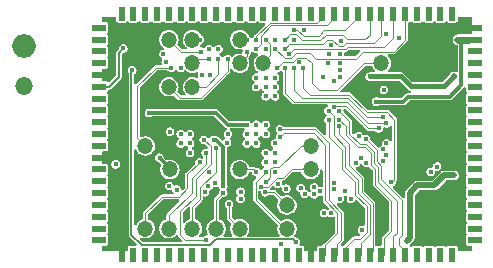
<source format=gbl>
G04 Layer: BottomLayer*
G04 EasyEDA v6.5.21, 2022-10-22 16:28:30*
G04 167bdced229c4b2ca01845534b4d4eab,294cf934c43b457281b0b0dcd80bbfec,10*
G04 Gerber Generator version 0.2*
G04 Scale: 100 percent, Rotated: No, Reflected: No *
G04 Dimensions in millimeters *
G04 leading zeros omitted , absolute positions ,4 integer and 5 decimal *
%FSLAX45Y45*%
%MOMM*%

%ADD10C,0.1000*%
%ADD11C,0.5000*%
%ADD12C,0.3990*%
%ADD13C,0.3000*%
%ADD14C,0.6000*%
%ADD15C,0.1200*%
%ADD16C,0.2000*%
%ADD17C,0.2500*%
%ADD18C,0.1600*%
%ADD19O,1.9999959999999999X1.9999959999999999*%
%ADD20O,1.3299948000000001X1.3299948000000001*%
%ADD21O,1.499997X1.499997*%
%ADD22R,0.6000X1.2000*%
%ADD23R,1.2000X0.6000*%
%ADD24C,0.4200*%
%ADD25C,0.5000*%
%ADD26C,0.4500*%
%ADD27C,0.0140*%

%LPD*%
G36*
X1574190Y858062D02*
G01*
X1570482Y858774D01*
X1567281Y860806D01*
X1564995Y863853D01*
X1564030Y867511D01*
X1564894Y872591D01*
X1565656Y879957D01*
X1565097Y885494D01*
X1565503Y889660D01*
X1567586Y893267D01*
X1570939Y895756D01*
X1575003Y896721D01*
X1577390Y896721D01*
X1582674Y897686D01*
X1587195Y899769D01*
X1591614Y903173D01*
X1599641Y911250D01*
X1602943Y913434D01*
X1606854Y914247D01*
X1687118Y914247D01*
X1691030Y913434D01*
X1694332Y911250D01*
X1696516Y907948D01*
X1697278Y904036D01*
X1696516Y900176D01*
X1694281Y896874D01*
X1658315Y861060D01*
X1655013Y858875D01*
X1651152Y858062D01*
G37*

%LPD*%
G36*
X2147976Y638098D02*
G01*
X2144115Y638860D01*
X2140813Y641045D01*
X2069592Y712266D01*
X2063394Y717296D01*
X2056739Y720699D01*
X2049424Y722630D01*
X2043582Y723087D01*
X1942642Y723087D01*
X1938629Y723900D01*
X1935327Y726186D01*
X1933143Y729640D01*
X1932482Y733653D01*
X1933397Y737565D01*
X1935835Y740816D01*
X1938172Y742899D01*
X1945843Y752144D01*
X1952091Y762355D01*
X1956765Y773430D01*
X1959813Y785012D01*
X1961134Y796950D01*
X1960676Y808939D01*
X1958492Y820724D01*
X1954631Y832103D01*
X1949145Y842771D01*
X1942185Y852525D01*
X1935530Y859434D01*
X1933397Y862736D01*
X1932686Y866597D01*
X1933498Y870458D01*
X1935683Y873709D01*
X1938985Y875893D01*
X1942846Y876655D01*
X1982216Y876655D01*
X1987550Y877620D01*
X1992071Y879703D01*
X1996490Y883107D01*
X2093468Y980135D01*
X2097176Y985266D01*
X2098954Y989939D01*
X2099614Y995476D01*
X2099614Y1134059D01*
X2100275Y1137666D01*
X2102154Y1140764D01*
X2104999Y1143000D01*
X2108454Y1144117D01*
X2113026Y1144727D01*
X2116785Y1146302D01*
X2120036Y1148791D01*
X2123694Y1152448D01*
X2127148Y1153769D01*
X2130856Y1153769D01*
X2134311Y1152448D01*
X2137968Y1148791D01*
X2141220Y1146302D01*
X2144979Y1144727D01*
X2149652Y1144117D01*
X2208326Y1144117D01*
X2213051Y1144727D01*
X2216810Y1146302D01*
X2220061Y1148791D01*
X2223668Y1152398D01*
X2227122Y1153769D01*
X2230831Y1153769D01*
X2234285Y1152398D01*
X2237943Y1148791D01*
X2241194Y1146302D01*
X2244953Y1144727D01*
X2249678Y1144117D01*
X2308352Y1144117D01*
X2313025Y1144727D01*
X2316784Y1146302D01*
X2320036Y1148791D01*
X2323693Y1152398D01*
X2327148Y1153769D01*
X2330856Y1153769D01*
X2334310Y1152398D01*
X2337968Y1148740D01*
X2341219Y1146302D01*
X2344978Y1144727D01*
X2349652Y1144117D01*
X2408326Y1144117D01*
X2413050Y1144727D01*
X2416810Y1146302D01*
X2420061Y1148740D01*
X2423668Y1152398D01*
X2427122Y1153718D01*
X2430830Y1153718D01*
X2434285Y1152398D01*
X2437942Y1148740D01*
X2441194Y1146251D01*
X2444953Y1144727D01*
X2449677Y1144117D01*
X2508351Y1144117D01*
X2513025Y1144727D01*
X2516784Y1146251D01*
X2520035Y1148740D01*
X2522524Y1151991D01*
X2524099Y1155750D01*
X2524709Y1160475D01*
X2524709Y1183843D01*
X2525471Y1187754D01*
X2527655Y1191006D01*
X2530957Y1193241D01*
X2534869Y1194003D01*
X2632913Y1194003D01*
X2636824Y1193241D01*
X2640076Y1191006D01*
X2642311Y1187754D01*
X2643073Y1183843D01*
X2643073Y1055827D01*
X2642311Y1051915D01*
X2640076Y1048613D01*
X2636824Y1046429D01*
X2632913Y1045667D01*
X2527808Y1045616D01*
X2518968Y1044803D01*
X2510840Y1042517D01*
X2503322Y1038758D01*
X2496566Y1033678D01*
X2490927Y1027430D01*
X2486456Y1020267D01*
X2483408Y1012444D01*
X2481630Y1005382D01*
X2480868Y997458D01*
X2481630Y989533D01*
X2483967Y981913D01*
X2487726Y974852D01*
X2492756Y968705D01*
X2499055Y963523D01*
X2502763Y961390D01*
X2510840Y957376D01*
X2518359Y955243D01*
X2522220Y953160D01*
X2524810Y949706D01*
X2525776Y945438D01*
X2525776Y731977D01*
X2524912Y727913D01*
X2522474Y724509D01*
X2518918Y722376D01*
X2514803Y721817D01*
X2510790Y722985D01*
X2507081Y725017D01*
X2499461Y727303D01*
X2491536Y728116D01*
X2483561Y727303D01*
X2475941Y725017D01*
X2468930Y721258D01*
X2462784Y716178D01*
X2457704Y710031D01*
X2453944Y703021D01*
X2452522Y699312D01*
X2450998Y697331D01*
X2394712Y641096D01*
X2391410Y638860D01*
X2387549Y638098D01*
G37*

%LPD*%
G36*
X1855724Y85140D02*
G01*
X1851355Y85699D01*
X1847646Y88087D01*
X1788414Y147320D01*
X1786026Y151079D01*
X1785467Y155498D01*
X1785670Y157429D01*
X1784908Y164795D01*
X1782673Y171856D01*
X1779117Y178358D01*
X1774291Y183997D01*
X1768398Y188518D01*
X1761743Y191770D01*
X1754581Y193649D01*
X1747164Y194005D01*
X1739849Y192887D01*
X1734769Y191008D01*
X1730756Y190398D01*
X1726793Y191414D01*
X1723542Y193903D01*
X1717802Y204216D01*
X1712772Y210108D01*
X1706676Y214833D01*
X1699768Y218236D01*
X1692300Y220167D01*
X1684578Y220522D01*
X1676958Y219354D01*
X1669694Y216712D01*
X1663141Y212598D01*
X1657553Y207314D01*
X1653539Y201523D01*
X1650288Y198526D01*
X1646123Y197205D01*
X1641754Y197764D01*
X1638046Y200152D01*
X1630172Y207975D01*
X1627987Y211277D01*
X1627174Y215188D01*
X1627174Y312216D01*
X1626209Y318516D01*
X1624126Y323037D01*
X1620723Y327456D01*
X1560880Y387248D01*
X1558493Y391058D01*
X1557934Y395478D01*
X1558137Y397408D01*
X1557477Y404164D01*
X1557883Y408279D01*
X1559915Y411886D01*
X1563217Y414375D01*
X1567230Y415340D01*
X1571294Y414629D01*
X1574749Y412394D01*
X1754225Y232917D01*
X1759356Y229209D01*
X1764030Y227431D01*
X1769567Y226771D01*
X1821332Y226771D01*
X1825091Y226009D01*
X1828292Y223977D01*
X1834083Y218490D01*
X1840382Y214528D01*
X1847342Y211988D01*
X1854657Y210870D01*
X1862074Y211226D01*
X1869236Y213106D01*
X1875891Y216357D01*
X1881784Y220878D01*
X1886610Y226517D01*
X1890166Y233019D01*
X1892401Y240080D01*
X1893214Y248005D01*
X1894230Y251510D01*
X1896465Y254457D01*
X1899615Y256438D01*
X1903222Y257149D01*
X1906828Y256489D01*
X1912315Y254457D01*
X1919630Y253339D01*
X1927047Y253695D01*
X1934260Y255574D01*
X1940915Y258825D01*
X1946757Y263398D01*
X1950466Y267665D01*
X1953666Y270205D01*
X1957628Y271221D01*
X1961692Y270611D01*
X1965147Y268427D01*
X1967484Y265074D01*
X1968347Y261061D01*
X1968347Y148793D01*
X1967484Y144780D01*
X1965147Y141427D01*
X1961692Y139293D01*
X1957628Y138684D01*
X1953666Y139700D01*
X1950466Y142189D01*
X1946757Y146507D01*
X1940915Y151028D01*
X1934260Y154279D01*
X1927047Y156159D01*
X1919630Y156514D01*
X1912315Y155397D01*
X1905355Y152857D01*
X1899056Y148894D01*
X1893722Y143814D01*
X1889455Y137718D01*
X1886559Y130911D01*
X1885035Y123647D01*
X1885035Y116230D01*
X1885442Y111252D01*
X1884273Y107848D01*
X1881987Y105054D01*
X1877872Y102870D01*
X1871573Y98907D01*
X1866188Y93827D01*
X1863140Y89458D01*
X1859889Y86461D01*
G37*

%LPD*%
G36*
X208432Y-552043D02*
G01*
X204216Y-551586D01*
X200558Y-549503D01*
X198069Y-546100D01*
X197154Y-541934D01*
X197154Y-467766D01*
X197967Y-463854D01*
X200152Y-460552D01*
X241046Y-419760D01*
X244348Y-417576D01*
X248259Y-416763D01*
X252120Y-417576D01*
X255422Y-419760D01*
X257606Y-423062D01*
X258419Y-426923D01*
X258419Y-513181D01*
X257606Y-517194D01*
X255270Y-520496D01*
X251866Y-522681D01*
X244144Y-525627D01*
X233679Y-531520D01*
X224180Y-538835D01*
X215595Y-547827D01*
X212496Y-550722D01*
G37*

%LPD*%
G36*
X550113Y-668782D02*
G01*
X546404Y-668020D01*
X543153Y-665988D01*
X540918Y-662889D01*
X540004Y-659231D01*
X540461Y-655421D01*
X542340Y-652119D01*
X545846Y-647852D01*
X552094Y-637641D01*
X556768Y-626567D01*
X559816Y-614984D01*
X561136Y-603046D01*
X560679Y-591058D01*
X558495Y-579272D01*
X554634Y-567893D01*
X549148Y-557225D01*
X542188Y-547471D01*
X533857Y-538835D01*
X524357Y-531520D01*
X513892Y-525627D01*
X506222Y-522732D01*
X502818Y-520547D01*
X500532Y-517194D01*
X499719Y-513232D01*
X499719Y-370332D01*
X500481Y-366471D01*
X502666Y-363169D01*
X528777Y-337058D01*
X531215Y-335280D01*
X534111Y-334264D01*
X544576Y-333806D01*
X551738Y-331927D01*
X558393Y-328676D01*
X564286Y-324104D01*
X569112Y-318516D01*
X572668Y-312013D01*
X574903Y-304952D01*
X575665Y-297586D01*
X574903Y-290169D01*
X572668Y-283108D01*
X569112Y-276606D01*
X566216Y-272338D01*
X565607Y-268833D01*
X566216Y-265277D01*
X569112Y-261010D01*
X572668Y-254508D01*
X574903Y-247446D01*
X575665Y-240080D01*
X574903Y-232664D01*
X572668Y-225602D01*
X570026Y-220167D01*
X569722Y-217627D01*
X569722Y81432D01*
X570687Y85750D01*
X573379Y89255D01*
X577342Y91287D01*
X584250Y93065D01*
X590905Y96316D01*
X596798Y100888D01*
X601624Y106476D01*
X605180Y112979D01*
X607415Y120040D01*
X608177Y127406D01*
X607415Y134823D01*
X605180Y141884D01*
X601624Y148386D01*
X596696Y154076D01*
X594715Y157632D01*
X594309Y161696D01*
X595528Y165608D01*
X598220Y168706D01*
X604418Y173482D01*
X609244Y179120D01*
X612800Y185623D01*
X615035Y192684D01*
X615797Y200050D01*
X615035Y207416D01*
X612800Y214477D01*
X609244Y220979D01*
X604418Y226618D01*
X598779Y230987D01*
X596087Y234137D01*
X594868Y238150D01*
X595376Y242265D01*
X597509Y245871D01*
X600913Y248310D01*
X604977Y249174D01*
X713587Y249174D01*
X717804Y248208D01*
X721258Y245617D01*
X723341Y241808D01*
X723595Y237439D01*
X722071Y233425D01*
X718921Y230378D01*
X716584Y228904D01*
X711200Y223774D01*
X706983Y217728D01*
X704037Y210870D01*
X702564Y203606D01*
X702564Y196240D01*
X704037Y188976D01*
X706983Y182118D01*
X711200Y176072D01*
X716584Y170942D01*
X720394Y168554D01*
X723392Y165760D01*
X725017Y162001D01*
X725017Y157886D01*
X723392Y154127D01*
X720394Y151333D01*
X716584Y148894D01*
X711200Y143814D01*
X706983Y137718D01*
X704037Y130911D01*
X702564Y123647D01*
X702564Y116230D01*
X704037Y108966D01*
X706983Y102158D01*
X711200Y96062D01*
X716584Y90982D01*
X722884Y87020D01*
X729843Y84480D01*
X737158Y83362D01*
X744575Y83718D01*
X751738Y85598D01*
X758393Y88849D01*
X764286Y93370D01*
X769112Y99009D01*
X770077Y100787D01*
X772769Y103885D01*
X776427Y105714D01*
X780491Y105918D01*
X784352Y104495D01*
X787298Y101701D01*
X791210Y96062D01*
X796594Y90982D01*
X802894Y87020D01*
X809853Y84480D01*
X817168Y83362D01*
X824585Y83718D01*
X831748Y85598D01*
X838403Y88849D01*
X844296Y93370D01*
X849121Y99009D01*
X852678Y105511D01*
X854913Y112572D01*
X855675Y119938D01*
X854913Y127304D01*
X852678Y134366D01*
X849121Y140868D01*
X844296Y146456D01*
X837184Y151841D01*
X834694Y154584D01*
X833323Y158089D01*
X833323Y161798D01*
X834694Y165252D01*
X837184Y168046D01*
X844296Y173380D01*
X849071Y178968D01*
X850087Y180797D01*
X852728Y183896D01*
X856437Y185674D01*
X860501Y185928D01*
X864311Y184505D01*
X867308Y181660D01*
X871219Y176072D01*
X876553Y170942D01*
X882853Y167030D01*
X889812Y164439D01*
X897128Y163322D01*
X904544Y163677D01*
X911758Y165557D01*
X918413Y168808D01*
X924255Y173380D01*
X929081Y178968D01*
X932687Y185470D01*
X934923Y192532D01*
X935634Y199898D01*
X934923Y207314D01*
X932687Y214375D01*
X929081Y220878D01*
X924306Y226466D01*
X917194Y231851D01*
X914653Y234594D01*
X913333Y238048D01*
X913333Y241808D01*
X914653Y245262D01*
X917194Y248005D01*
X924306Y253390D01*
X929081Y258978D01*
X932687Y265480D01*
X934923Y272542D01*
X935634Y279908D01*
X934923Y287324D01*
X932687Y294386D01*
X929081Y300888D01*
X924255Y306476D01*
X918413Y311048D01*
X911758Y314299D01*
X904544Y316179D01*
X897128Y316534D01*
X889812Y315417D01*
X882853Y312826D01*
X876553Y308914D01*
X871219Y303784D01*
X867308Y298196D01*
X864362Y295402D01*
X860501Y293979D01*
X856437Y294182D01*
X852728Y295960D01*
X850087Y299110D01*
X849121Y300888D01*
X844296Y306476D01*
X838403Y311048D01*
X831748Y314299D01*
X824585Y316179D01*
X817168Y316534D01*
X809853Y315417D01*
X802894Y312826D01*
X796594Y308914D01*
X791210Y303784D01*
X787298Y298196D01*
X784352Y295351D01*
X780491Y293928D01*
X776427Y294182D01*
X772769Y295960D01*
X770077Y299059D01*
X769112Y300888D01*
X764286Y306476D01*
X758393Y311048D01*
X751738Y314299D01*
X744575Y316179D01*
X737158Y316534D01*
X729843Y315417D01*
X722884Y312826D01*
X719124Y310946D01*
X716330Y310540D01*
X593445Y310540D01*
X589584Y311302D01*
X586282Y313537D01*
X498449Y401370D01*
X494588Y404672D01*
X488899Y407924D01*
X482803Y409905D01*
X475945Y410616D01*
X-67564Y410616D01*
X-72034Y411683D01*
X-77419Y414274D01*
X-84582Y416153D01*
X-91998Y416509D01*
X-99314Y415391D01*
X-106273Y412851D01*
X-112572Y408889D01*
X-117957Y403809D01*
X-122174Y397713D01*
X-125120Y390906D01*
X-126593Y383641D01*
X-126593Y376224D01*
X-125120Y368960D01*
X-122174Y362153D01*
X-117957Y356057D01*
X-112572Y350977D01*
X-106273Y347014D01*
X-99314Y344474D01*
X-91998Y343357D01*
X-84582Y343712D01*
X-77419Y345592D01*
X-72034Y348183D01*
X-67564Y349250D01*
X459536Y349250D01*
X463397Y348437D01*
X466699Y346252D01*
X554532Y258419D01*
X558393Y255117D01*
X564896Y251409D01*
X567740Y248920D01*
X569518Y245516D01*
X569925Y241757D01*
X568909Y238048D01*
X566572Y235051D01*
X556717Y229006D01*
X551332Y223926D01*
X547116Y217830D01*
X544169Y211023D01*
X542696Y203758D01*
X542696Y196342D01*
X544169Y189077D01*
X547116Y182270D01*
X551332Y176174D01*
X553516Y174142D01*
X555650Y171145D01*
X556615Y167589D01*
X556260Y163931D01*
X554583Y160629D01*
X551891Y158140D01*
X549097Y156413D01*
X543712Y151282D01*
X541274Y147828D01*
X538073Y144830D01*
X533857Y143510D01*
X529488Y144068D01*
X525780Y146456D01*
X498551Y173685D01*
X493166Y178054D01*
X487426Y180949D01*
X480212Y182880D01*
X471779Y186791D01*
X464566Y188671D01*
X457149Y189026D01*
X449834Y187909D01*
X442874Y185369D01*
X436575Y181406D01*
X431241Y176326D01*
X426974Y170230D01*
X426313Y168656D01*
X423672Y164998D01*
X419709Y162864D01*
X415239Y162610D01*
X411073Y164338D01*
X408076Y167690D01*
X404926Y173380D01*
X400100Y179019D01*
X394258Y183540D01*
X387604Y186791D01*
X380390Y188671D01*
X372973Y189026D01*
X365658Y187909D01*
X358698Y185369D01*
X352399Y181406D01*
X347065Y176326D01*
X342798Y170230D01*
X339902Y163423D01*
X338378Y156159D01*
X338378Y148742D01*
X339902Y141478D01*
X342798Y134670D01*
X347065Y128574D01*
X352399Y123494D01*
X358698Y119532D01*
X365658Y116992D01*
X372973Y115874D01*
X377139Y116078D01*
X381304Y115417D01*
X384810Y113080D01*
X404418Y93522D01*
X406654Y90170D01*
X407365Y86156D01*
X406501Y82194D01*
X404164Y78943D01*
X400710Y76809D01*
X396697Y76200D01*
X389636Y76555D01*
X382320Y75438D01*
X375361Y72847D01*
X369062Y68935D01*
X363728Y63804D01*
X359460Y57759D01*
X356565Y50901D01*
X355041Y43637D01*
X355041Y36271D01*
X356565Y29006D01*
X359460Y22148D01*
X363728Y16103D01*
X367741Y12242D01*
X370078Y8890D01*
X370941Y4876D01*
X370941Y1219D01*
X370078Y-2794D01*
X367741Y-6146D01*
X364286Y-8331D01*
X360222Y-8940D01*
X356260Y-7924D01*
X351739Y-5689D01*
X344576Y-3810D01*
X337159Y-3454D01*
X329844Y-4572D01*
X322884Y-7162D01*
X316585Y-11074D01*
X311200Y-16205D01*
X306984Y-22250D01*
X304038Y-29108D01*
X302564Y-36372D01*
X302564Y-43129D01*
X301802Y-47040D01*
X299567Y-50342D01*
X221894Y-127762D01*
X218186Y-132943D01*
X216408Y-137617D01*
X215747Y-143154D01*
X215747Y-247345D01*
X214934Y-251256D01*
X212750Y-254558D01*
X197307Y-270002D01*
X194208Y-272135D01*
X190500Y-272948D01*
X186740Y-272389D01*
X183438Y-270459D01*
X181102Y-267462D01*
X179933Y-262686D01*
X177698Y-255625D01*
X174091Y-249123D01*
X169265Y-243484D01*
X163423Y-238963D01*
X156768Y-235712D01*
X149555Y-233832D01*
X142138Y-233476D01*
X134823Y-234594D01*
X132029Y-235610D01*
X127965Y-236220D01*
X124002Y-235204D01*
X120802Y-232714D01*
X118821Y-229108D01*
X117703Y-225602D01*
X114096Y-219100D01*
X109270Y-213512D01*
X103428Y-208940D01*
X96774Y-205689D01*
X89560Y-203809D01*
X82143Y-203454D01*
X74828Y-204571D01*
X67868Y-207162D01*
X61569Y-211074D01*
X56235Y-216204D01*
X51968Y-222250D01*
X49072Y-229108D01*
X47548Y-236372D01*
X47548Y-243738D01*
X49072Y-251002D01*
X51968Y-257860D01*
X56235Y-263906D01*
X61569Y-269036D01*
X67868Y-272948D01*
X74828Y-275539D01*
X82143Y-276656D01*
X89560Y-276301D01*
X96824Y-274421D01*
X100380Y-274116D01*
X103835Y-275132D01*
X106730Y-277215D01*
X108712Y-280212D01*
X111963Y-287832D01*
X118922Y-297586D01*
X119786Y-301498D01*
X119075Y-305460D01*
X116890Y-308813D01*
X113537Y-311048D01*
X109626Y-311861D01*
X19151Y-311861D01*
X12852Y-312826D01*
X8331Y-314909D01*
X3911Y-318312D01*
X-135483Y-457758D01*
X-139192Y-462889D01*
X-140970Y-467563D01*
X-141630Y-473100D01*
X-141630Y-513232D01*
X-142443Y-517194D01*
X-144780Y-520547D01*
X-148183Y-522681D01*
X-155905Y-525627D01*
X-166319Y-531520D01*
X-175818Y-538835D01*
X-184150Y-547471D01*
X-191160Y-557225D01*
X-194665Y-564032D01*
X-197510Y-567486D01*
X-201574Y-569366D01*
X-206095Y-569264D01*
X-210108Y-567283D01*
X-212852Y-563778D01*
X-213867Y-559409D01*
X-213867Y61467D01*
X-213055Y65328D01*
X-210870Y68630D01*
X-207619Y70815D01*
X-203758Y71628D01*
X-199847Y70866D01*
X-196545Y68681D01*
X-194310Y65430D01*
X-193090Y62433D01*
X-186842Y52222D01*
X-179120Y42976D01*
X-170230Y34950D01*
X-160223Y28346D01*
X-149352Y23266D01*
X-137871Y19812D01*
X-125983Y18034D01*
X-113995Y18034D01*
X-102108Y19812D01*
X-90627Y23266D01*
X-79756Y28346D01*
X-69748Y34950D01*
X-60858Y42976D01*
X-53136Y52222D01*
X-46888Y62433D01*
X-42214Y73456D01*
X-39166Y85090D01*
X-37896Y97028D01*
X-38303Y109016D01*
X-40487Y120802D01*
X-44348Y132130D01*
X-49834Y142798D01*
X-56845Y152552D01*
X-65176Y161188D01*
X-74676Y168554D01*
X-85090Y174396D01*
X-96316Y178714D01*
X-108000Y181305D01*
X-119989Y182168D01*
X-131978Y181305D01*
X-143662Y178714D01*
X-152146Y175463D01*
X-156006Y174752D01*
X-159816Y175615D01*
X-163068Y177850D01*
X-165201Y181102D01*
X-165963Y184912D01*
X-165963Y591616D01*
X-165201Y595528D01*
X-162966Y598830D01*
X-26568Y735228D01*
X-23266Y737463D01*
X-19354Y738225D01*
X63550Y738225D01*
X67310Y737514D01*
X70561Y735431D01*
X76504Y729792D01*
X83058Y725678D01*
X90271Y723036D01*
X97891Y721868D01*
X105613Y722223D01*
X113080Y724154D01*
X120040Y727557D01*
X126136Y732282D01*
X134162Y741883D01*
X137820Y743661D01*
X141935Y743864D01*
X145745Y742442D01*
X148691Y739648D01*
X151180Y736092D01*
X156565Y730961D01*
X162864Y727049D01*
X169824Y724458D01*
X177139Y723341D01*
X184556Y723696D01*
X191719Y725576D01*
X198374Y728827D01*
X204266Y733399D01*
X208889Y738784D01*
X212090Y741273D01*
X215950Y742340D01*
X219913Y741781D01*
X223367Y739749D01*
X228803Y734923D01*
X238810Y728268D01*
X249682Y723188D01*
X261162Y719734D01*
X272999Y718007D01*
X285038Y718007D01*
X296875Y719734D01*
X308356Y723188D01*
X310388Y724154D01*
X314350Y725119D01*
X318363Y724458D01*
X321767Y722274D01*
X324053Y718921D01*
X324866Y714908D01*
X322529Y703630D01*
X322529Y696264D01*
X324866Y685038D01*
X324205Y681177D01*
X322072Y677875D01*
X318820Y675589D01*
X314960Y674725D01*
X311099Y675436D01*
X302717Y678637D01*
X290982Y681228D01*
X279044Y682142D01*
X267055Y681228D01*
X255320Y678637D01*
X244144Y674370D01*
X233679Y668477D01*
X224180Y661162D01*
X215849Y652526D01*
X208889Y642772D01*
X203403Y632104D01*
X199542Y620725D01*
X197358Y608939D01*
X196900Y596950D01*
X198221Y585012D01*
X201269Y573430D01*
X205943Y562356D01*
X212191Y552145D01*
X218287Y544830D01*
X220116Y541477D01*
X220624Y537667D01*
X219659Y534009D01*
X217424Y530910D01*
X214223Y528878D01*
X210464Y528167D01*
X184302Y528167D01*
X180390Y528929D01*
X177088Y531114D01*
X155092Y553161D01*
X152857Y556463D01*
X152095Y560374D01*
X152908Y564286D01*
X156768Y573430D01*
X159816Y585012D01*
X161137Y596950D01*
X160680Y608939D01*
X158496Y620725D01*
X154635Y632104D01*
X149148Y642772D01*
X142189Y652526D01*
X133858Y661162D01*
X124358Y668477D01*
X113893Y674370D01*
X102717Y678637D01*
X90982Y681228D01*
X79044Y682142D01*
X67056Y681228D01*
X55321Y678637D01*
X44145Y674370D01*
X33680Y668477D01*
X24180Y661162D01*
X15849Y652526D01*
X8890Y642772D01*
X3403Y632104D01*
X-457Y620725D01*
X-2641Y608939D01*
X-3098Y596950D01*
X-1778Y585012D01*
X1270Y573430D01*
X5943Y562356D01*
X12192Y552145D01*
X19862Y542899D01*
X28803Y534924D01*
X38811Y528269D01*
X49682Y523189D01*
X61163Y519734D01*
X72999Y518007D01*
X85039Y518007D01*
X96875Y519734D01*
X108356Y523189D01*
X114249Y525983D01*
X118262Y526897D01*
X122326Y526186D01*
X125730Y523951D01*
X157480Y492302D01*
X161950Y489204D01*
X166573Y487426D01*
X172110Y486765D01*
X351332Y486765D01*
X357632Y487781D01*
X362153Y489813D01*
X366572Y493268D01*
X591058Y717702D01*
X594766Y722884D01*
X596544Y727506D01*
X597204Y733044D01*
X597204Y742035D01*
X598017Y746099D01*
X600405Y749452D01*
X603910Y751586D01*
X607974Y752195D01*
X611936Y751128D01*
X615188Y748538D01*
X619861Y742899D01*
X628802Y734923D01*
X638810Y728268D01*
X649681Y723188D01*
X661162Y719734D01*
X672998Y718007D01*
X685038Y718007D01*
X696874Y719734D01*
X708355Y723188D01*
X719226Y728268D01*
X729234Y734923D01*
X738174Y742899D01*
X745845Y752144D01*
X752094Y762355D01*
X756767Y773430D01*
X759815Y785012D01*
X761136Y796950D01*
X760679Y808939D01*
X758494Y820724D01*
X754634Y832103D01*
X753160Y834948D01*
X752094Y838453D01*
X752348Y842060D01*
X753821Y845362D01*
X757275Y850341D01*
X759002Y855014D01*
X759663Y860247D01*
X760425Y863041D01*
X761949Y865530D01*
X769061Y873963D01*
X772668Y880516D01*
X776478Y893064D01*
X779576Y896315D01*
X783793Y897890D01*
X788263Y897483D01*
X792124Y895146D01*
X796544Y890981D01*
X802843Y887018D01*
X809802Y884478D01*
X817118Y883361D01*
X823010Y883615D01*
X827227Y882954D01*
X830783Y880618D01*
X833069Y877011D01*
X833678Y872794D01*
X832510Y868680D01*
X829767Y865428D01*
X824179Y861161D01*
X815848Y852525D01*
X808888Y842771D01*
X803402Y832103D01*
X799541Y820724D01*
X797356Y808939D01*
X796899Y796950D01*
X798220Y785012D01*
X801268Y773430D01*
X805942Y762355D01*
X812190Y752144D01*
X819861Y742899D01*
X828802Y734923D01*
X833577Y731774D01*
X836421Y728878D01*
X837946Y725119D01*
X837895Y721106D01*
X836218Y717397D01*
X833272Y714603D01*
X829462Y713232D01*
X824585Y713689D01*
X817168Y714044D01*
X809853Y712927D01*
X802894Y710336D01*
X796594Y706424D01*
X791210Y701294D01*
X786993Y695248D01*
X784047Y688390D01*
X782574Y681126D01*
X782574Y673760D01*
X784047Y666496D01*
X786993Y659638D01*
X791210Y653592D01*
X796594Y648462D01*
X800455Y646074D01*
X803402Y643229D01*
X805027Y639470D01*
X805027Y635406D01*
X803402Y631647D01*
X800455Y628802D01*
X796594Y626414D01*
X791210Y621284D01*
X786993Y615238D01*
X784047Y608380D01*
X782574Y601116D01*
X782574Y593750D01*
X784047Y586486D01*
X786993Y579628D01*
X791210Y573582D01*
X796594Y568452D01*
X802894Y564540D01*
X809853Y561949D01*
X817168Y560832D01*
X824585Y561187D01*
X831748Y563067D01*
X838403Y566318D01*
X844296Y570890D01*
X849121Y576478D01*
X850087Y578256D01*
X852728Y581406D01*
X856437Y583184D01*
X860501Y583387D01*
X864362Y581964D01*
X867308Y579170D01*
X871219Y573582D01*
X876553Y568452D01*
X878433Y567283D01*
X881380Y564489D01*
X883005Y560730D01*
X883005Y556615D01*
X881380Y552856D01*
X878433Y550062D01*
X876553Y548894D01*
X871219Y543814D01*
X866952Y537718D01*
X864057Y530910D01*
X862533Y523646D01*
X862533Y516229D01*
X864057Y508965D01*
X866952Y502158D01*
X871219Y496062D01*
X876553Y490982D01*
X882853Y487019D01*
X889812Y484479D01*
X897128Y483362D01*
X904544Y483717D01*
X911758Y485597D01*
X918413Y488848D01*
X924255Y493369D01*
X929081Y499008D01*
X930097Y500786D01*
X932738Y503885D01*
X936447Y505714D01*
X940511Y505917D01*
X944321Y504494D01*
X947318Y501700D01*
X951230Y496062D01*
X956564Y490982D01*
X962863Y487019D01*
X969822Y484479D01*
X977137Y483362D01*
X984554Y483717D01*
X991768Y485597D01*
X998423Y488848D01*
X1004265Y493369D01*
X1009091Y499008D01*
X1012698Y505510D01*
X1014933Y512572D01*
X1015644Y519938D01*
X1014933Y527304D01*
X1012698Y534365D01*
X1009091Y540867D01*
X1004265Y546506D01*
X998880Y550672D01*
X996442Y553415D01*
X995121Y556818D01*
X995121Y560527D01*
X996442Y563981D01*
X998880Y566724D01*
X1004265Y570890D01*
X1009091Y576478D01*
X1012698Y582980D01*
X1014933Y590042D01*
X1015644Y597408D01*
X1014933Y604824D01*
X1012698Y611886D01*
X1009091Y618388D01*
X1004316Y623976D01*
X997203Y629361D01*
X994664Y632104D01*
X993343Y635558D01*
X993343Y639318D01*
X994664Y642772D01*
X997203Y645515D01*
X1004316Y650900D01*
X1009091Y656488D01*
X1012698Y662990D01*
X1014933Y670052D01*
X1015644Y677418D01*
X1014933Y684834D01*
X1012698Y691896D01*
X1009091Y698398D01*
X1004265Y703986D01*
X1000353Y707034D01*
X997508Y710488D01*
X996442Y714857D01*
X997356Y719226D01*
X1000048Y722833D01*
X1004062Y724865D01*
X1006754Y725576D01*
X1013409Y728827D01*
X1019251Y733399D01*
X1021181Y735634D01*
X1024432Y738124D01*
X1028395Y739140D01*
X1032408Y738530D01*
X1035862Y736396D01*
X1040079Y732383D01*
X1042416Y729030D01*
X1043279Y725017D01*
X1043279Y547471D01*
X1044295Y541172D01*
X1046327Y536600D01*
X1049782Y532231D01*
X1124407Y457809D01*
X1129538Y454151D01*
X1134211Y452374D01*
X1139748Y451713D01*
X1416354Y451713D01*
X1420317Y450900D01*
X1423619Y448614D01*
X1425803Y445262D01*
X1426514Y441299D01*
X1425651Y437388D01*
X1423314Y434136D01*
X1419910Y432003D01*
X1415389Y430326D01*
X1409090Y426415D01*
X1403705Y421284D01*
X1399489Y415239D01*
X1396542Y408381D01*
X1395069Y401116D01*
X1395069Y393750D01*
X1396542Y386486D01*
X1399489Y379628D01*
X1403705Y373583D01*
X1409090Y368452D01*
X1410919Y367284D01*
X1413916Y364490D01*
X1415491Y360730D01*
X1415491Y356616D01*
X1413916Y352856D01*
X1410919Y350062D01*
X1409090Y348894D01*
X1403705Y343814D01*
X1399489Y337718D01*
X1396542Y330911D01*
X1395069Y323646D01*
X1395069Y316230D01*
X1396542Y308965D01*
X1399489Y302158D01*
X1403705Y296062D01*
X1407617Y292354D01*
X1409954Y289001D01*
X1410817Y284988D01*
X1410817Y201930D01*
X1410004Y198069D01*
X1407820Y194767D01*
X1404518Y192582D01*
X1400657Y191770D01*
X1396746Y192582D01*
X1393444Y194767D01*
X1333703Y254508D01*
X1328572Y258216D01*
X1323898Y259994D01*
X1318361Y260654D01*
X1053947Y260654D01*
X1049680Y261620D01*
X1046226Y264210D01*
X1044295Y266496D01*
X1038402Y271018D01*
X1031748Y274269D01*
X1024585Y276148D01*
X1017168Y276504D01*
X1009853Y275386D01*
X1002893Y272846D01*
X996594Y268884D01*
X991209Y263804D01*
X986993Y257708D01*
X984046Y250901D01*
X982573Y243636D01*
X982573Y236220D01*
X984046Y228955D01*
X986993Y222148D01*
X991209Y216052D01*
X993851Y213563D01*
X996187Y210210D01*
X997000Y206197D01*
X996187Y202184D01*
X993851Y198831D01*
X991209Y196291D01*
X986993Y190246D01*
X984046Y183388D01*
X982573Y176123D01*
X982675Y164084D01*
X981049Y160324D01*
X978103Y157530D01*
X974242Y156108D01*
X969822Y155397D01*
X962863Y152857D01*
X956564Y148894D01*
X951230Y143814D01*
X946962Y137718D01*
X944067Y130911D01*
X942543Y123647D01*
X942543Y116230D01*
X944067Y108966D01*
X946962Y102158D01*
X951230Y96062D01*
X956564Y90982D01*
X960424Y88544D01*
X963421Y85750D01*
X964996Y81991D01*
X964996Y77876D01*
X963421Y74117D01*
X960424Y71323D01*
X956564Y68884D01*
X951230Y63804D01*
X947318Y58166D01*
X944321Y55372D01*
X940511Y53949D01*
X936447Y54152D01*
X932738Y55981D01*
X930097Y59080D01*
X929081Y60858D01*
X924255Y66497D01*
X918413Y71018D01*
X911758Y74269D01*
X904544Y76149D01*
X897128Y76504D01*
X889812Y75387D01*
X882853Y72847D01*
X876553Y68884D01*
X871219Y63804D01*
X866952Y57708D01*
X864057Y50901D01*
X862533Y43637D01*
X862533Y36220D01*
X864057Y28956D01*
X866952Y22148D01*
X871219Y16052D01*
X876553Y10972D01*
X880414Y8534D01*
X883361Y5740D01*
X884986Y1981D01*
X884986Y-2133D01*
X883361Y-5892D01*
X880414Y-8686D01*
X876553Y-11074D01*
X871219Y-16205D01*
X866952Y-22250D01*
X864057Y-29108D01*
X862533Y-36372D01*
X862533Y-43738D01*
X864057Y-51003D01*
X866952Y-57861D01*
X871219Y-63906D01*
X876553Y-69037D01*
X880414Y-71424D01*
X883412Y-74269D01*
X884986Y-78028D01*
X884986Y-82092D01*
X883412Y-85852D01*
X880414Y-88696D01*
X876553Y-91084D01*
X871219Y-96215D01*
X867308Y-101803D01*
X864362Y-104597D01*
X860501Y-106019D01*
X856437Y-105816D01*
X852728Y-104038D01*
X850087Y-100888D01*
X849121Y-99110D01*
X844296Y-93522D01*
X838403Y-88950D01*
X831748Y-85699D01*
X824585Y-83820D01*
X812901Y-83515D01*
X803960Y-80010D01*
X798372Y-79349D01*
X765810Y-79349D01*
X761746Y-78486D01*
X758342Y-76047D01*
X756208Y-72491D01*
X754634Y-67919D01*
X749147Y-57251D01*
X742188Y-47498D01*
X733856Y-38862D01*
X724357Y-31495D01*
X713892Y-25654D01*
X702716Y-21386D01*
X690981Y-18745D01*
X679043Y-17881D01*
X667054Y-18745D01*
X655320Y-21386D01*
X644144Y-25654D01*
X633679Y-31495D01*
X624179Y-38862D01*
X615848Y-47498D01*
X608888Y-57251D01*
X603402Y-67919D01*
X599541Y-79248D01*
X597357Y-91084D01*
X596900Y-103073D01*
X598220Y-114960D01*
X601268Y-126593D01*
X605942Y-137617D01*
X612190Y-147878D01*
X619861Y-157073D01*
X628802Y-165100D01*
X638810Y-171704D01*
X649681Y-176784D01*
X661162Y-180238D01*
X672998Y-182016D01*
X685038Y-182016D01*
X696874Y-180238D01*
X708355Y-176784D01*
X719226Y-171704D01*
X729234Y-165100D01*
X738174Y-157073D01*
X745845Y-147878D01*
X752094Y-137617D01*
X756615Y-126949D01*
X758850Y-123698D01*
X762152Y-121513D01*
X766013Y-120751D01*
X773684Y-120751D01*
X777087Y-121361D01*
X780084Y-123037D01*
X782370Y-125628D01*
X783590Y-128879D01*
X784047Y-131013D01*
X786993Y-137871D01*
X791210Y-143916D01*
X796594Y-149047D01*
X802894Y-152958D01*
X809853Y-155549D01*
X811174Y-155752D01*
X815340Y-157378D01*
X818388Y-160578D01*
X819759Y-164795D01*
X819200Y-169214D01*
X816813Y-172974D01*
X798830Y-191008D01*
X795731Y-195478D01*
X794004Y-200101D01*
X793343Y-205689D01*
X793343Y-354888D01*
X794308Y-361188D01*
X796391Y-365709D01*
X799795Y-370128D01*
X997458Y-567740D01*
X999540Y-570839D01*
X1000404Y-574497D01*
X997356Y-591058D01*
X996899Y-603046D01*
X998219Y-614984D01*
X1001268Y-626567D01*
X1005941Y-637641D01*
X1012190Y-647852D01*
X1015695Y-652119D01*
X1017574Y-655421D01*
X1018032Y-659231D01*
X1017117Y-662889D01*
X1014882Y-665988D01*
X1011631Y-668020D01*
X1007922Y-668782D01*
X750112Y-668782D01*
X746404Y-668020D01*
X743153Y-665988D01*
X740918Y-662889D01*
X740003Y-659231D01*
X740460Y-655421D01*
X742340Y-652119D01*
X745845Y-647852D01*
X752094Y-637641D01*
X756767Y-626567D01*
X759815Y-614984D01*
X761136Y-603046D01*
X760679Y-591058D01*
X758494Y-579272D01*
X754634Y-567893D01*
X749147Y-557225D01*
X742188Y-547471D01*
X733856Y-538835D01*
X724357Y-531520D01*
X713892Y-525627D01*
X702716Y-521360D01*
X690981Y-518769D01*
X679043Y-517855D01*
X667054Y-518769D01*
X655370Y-521360D01*
X643026Y-526186D01*
X639165Y-526846D01*
X635355Y-526084D01*
X632155Y-523900D01*
X612698Y-504443D01*
X610463Y-501142D01*
X609701Y-497230D01*
X609701Y-427634D01*
X610158Y-424586D01*
X611530Y-421843D01*
X614273Y-419100D01*
X619099Y-413512D01*
X622655Y-407009D01*
X624890Y-399948D01*
X625652Y-392582D01*
X624890Y-385165D01*
X622655Y-378104D01*
X619099Y-371602D01*
X614273Y-366014D01*
X608380Y-361442D01*
X601726Y-358190D01*
X594563Y-356311D01*
X587146Y-355955D01*
X579831Y-357073D01*
X572871Y-359664D01*
X566572Y-363575D01*
X561187Y-368706D01*
X556971Y-374751D01*
X554024Y-381609D01*
X552551Y-388874D01*
X552551Y-396240D01*
X554024Y-403504D01*
X556971Y-410362D01*
X561187Y-416407D01*
X565150Y-420166D01*
X567486Y-423519D01*
X568299Y-427532D01*
X568299Y-509879D01*
X569315Y-516178D01*
X571347Y-520700D01*
X574802Y-525119D01*
X602996Y-553262D01*
X605282Y-556818D01*
X605942Y-561035D01*
X604824Y-565099D01*
X603402Y-567893D01*
X599541Y-579272D01*
X597357Y-591058D01*
X596900Y-603046D01*
X598220Y-614984D01*
X601268Y-626567D01*
X605942Y-637641D01*
X612190Y-647852D01*
X615696Y-652119D01*
X617575Y-655421D01*
X618032Y-659231D01*
X617118Y-662889D01*
X614883Y-665988D01*
X611632Y-668020D01*
X607923Y-668782D01*
G37*

%LPC*%
G36*
X684631Y-384149D02*
G01*
X692048Y-383794D01*
X699262Y-381914D01*
X705916Y-378663D01*
X711758Y-374091D01*
X716584Y-368503D01*
X720191Y-362000D01*
X722426Y-354939D01*
X723138Y-347573D01*
X722426Y-340156D01*
X720191Y-333095D01*
X716584Y-326593D01*
X714502Y-324154D01*
X712673Y-321056D01*
X712063Y-317550D01*
X712673Y-314045D01*
X714502Y-310946D01*
X716584Y-308508D01*
X720191Y-302006D01*
X722426Y-294944D01*
X723138Y-287578D01*
X722426Y-280162D01*
X720191Y-273100D01*
X716584Y-266598D01*
X711758Y-261010D01*
X705916Y-256438D01*
X699262Y-253187D01*
X692048Y-251307D01*
X684631Y-250952D01*
X677316Y-252069D01*
X670356Y-254660D01*
X664057Y-258571D01*
X658723Y-263702D01*
X654456Y-269748D01*
X651560Y-276606D01*
X650036Y-283870D01*
X650036Y-291236D01*
X651560Y-298500D01*
X654456Y-305358D01*
X658926Y-311759D01*
X660552Y-315518D01*
X660552Y-319582D01*
X658926Y-323342D01*
X654456Y-329742D01*
X651560Y-336600D01*
X650036Y-343865D01*
X650036Y-351231D01*
X651560Y-358495D01*
X654456Y-365353D01*
X658723Y-371398D01*
X664057Y-376529D01*
X670356Y-380441D01*
X677316Y-383032D01*
G37*
G36*
X81280Y-181965D02*
G01*
X93268Y-181965D01*
X105105Y-180187D01*
X116585Y-176733D01*
X127457Y-171653D01*
X137464Y-165049D01*
X146405Y-157022D01*
X154076Y-147828D01*
X160324Y-137566D01*
X165049Y-126542D01*
X168046Y-114909D01*
X169367Y-103022D01*
X168910Y-91033D01*
X166776Y-79197D01*
X162864Y-67868D01*
X157378Y-57200D01*
X150418Y-47447D01*
X142087Y-38811D01*
X132588Y-31495D01*
X122123Y-25603D01*
X110947Y-21336D01*
X99212Y-18694D01*
X87274Y-17830D01*
X75285Y-18694D01*
X67106Y-20523D01*
X63703Y-20726D01*
X60452Y-19761D01*
X57708Y-17780D01*
X38811Y1066D01*
X36830Y3911D01*
X33680Y14427D01*
X30073Y20929D01*
X25247Y26568D01*
X19405Y31089D01*
X12750Y34340D01*
X5537Y36220D01*
X-1879Y36576D01*
X-9194Y35458D01*
X-16154Y32918D01*
X-22453Y28956D01*
X-27787Y23876D01*
X-32054Y17780D01*
X-34950Y10972D01*
X-36474Y3708D01*
X-36474Y-3708D01*
X-34950Y-10972D01*
X-32054Y-17780D01*
X-27787Y-23876D01*
X-22453Y-28956D01*
X-16154Y-32918D01*
X-9194Y-35458D01*
X-3759Y-36830D01*
X-1168Y-38709D01*
X11938Y-51816D01*
X14274Y-55372D01*
X14935Y-59537D01*
X13817Y-63652D01*
X11633Y-67868D01*
X7772Y-79197D01*
X5588Y-91033D01*
X5130Y-103022D01*
X6451Y-114909D01*
X9499Y-126542D01*
X14173Y-137566D01*
X20421Y-147828D01*
X28092Y-157022D01*
X37033Y-165049D01*
X47040Y-171653D01*
X57912Y-176733D01*
X69392Y-180187D01*
G37*
G36*
X257149Y3352D02*
G01*
X264566Y3708D01*
X271780Y5588D01*
X278434Y8839D01*
X284276Y13360D01*
X289102Y18999D01*
X292709Y25501D01*
X294944Y32562D01*
X295656Y39928D01*
X294944Y47294D01*
X292709Y54356D01*
X289102Y60858D01*
X284327Y66446D01*
X277215Y71831D01*
X274675Y74574D01*
X273354Y78079D01*
X273354Y81788D01*
X274675Y85293D01*
X277215Y88036D01*
X284327Y93421D01*
X289102Y99009D01*
X292709Y105511D01*
X294944Y112572D01*
X295656Y119938D01*
X294944Y127304D01*
X292709Y134366D01*
X289102Y140868D01*
X284327Y146456D01*
X277266Y151790D01*
X274777Y154584D01*
X273456Y158038D01*
X273456Y161747D01*
X274777Y165201D01*
X277266Y167995D01*
X284327Y173329D01*
X289102Y178917D01*
X292709Y185420D01*
X294944Y192481D01*
X295656Y199847D01*
X294944Y207213D01*
X292709Y214274D01*
X289102Y220776D01*
X284276Y226415D01*
X278434Y230936D01*
X271780Y234188D01*
X264566Y236067D01*
X257149Y236423D01*
X249834Y235305D01*
X242874Y232765D01*
X236575Y228803D01*
X231241Y223723D01*
X227329Y218084D01*
X224332Y215290D01*
X220522Y213867D01*
X216458Y214071D01*
X212750Y215900D01*
X210108Y218998D01*
X209092Y220776D01*
X204266Y226415D01*
X198424Y230936D01*
X191770Y234188D01*
X184556Y236067D01*
X177139Y236423D01*
X169824Y235305D01*
X162864Y232765D01*
X156565Y228803D01*
X151231Y223723D01*
X146964Y217627D01*
X144881Y212699D01*
X142544Y209346D01*
X140614Y208178D01*
X141732Y206552D01*
X142544Y202539D01*
X142544Y196138D01*
X144068Y188874D01*
X146964Y182067D01*
X151231Y175971D01*
X156565Y170891D01*
X160426Y168452D01*
X163423Y165658D01*
X164998Y161899D01*
X164998Y157784D01*
X163423Y154025D01*
X160426Y151231D01*
X156565Y148793D01*
X151231Y143713D01*
X146964Y137617D01*
X144068Y130810D01*
X142544Y123545D01*
X142544Y116128D01*
X144068Y108864D01*
X146964Y102057D01*
X151231Y95961D01*
X156565Y90881D01*
X162864Y86918D01*
X169824Y84378D01*
X177139Y83261D01*
X184556Y83616D01*
X191770Y85496D01*
X198424Y88747D01*
X204266Y93268D01*
X209092Y98907D01*
X210108Y100736D01*
X212801Y103885D01*
X216458Y105664D01*
X220573Y105867D01*
X224383Y104444D01*
X227329Y101650D01*
X231241Y96062D01*
X236575Y90982D01*
X240436Y88544D01*
X243433Y85750D01*
X245008Y81991D01*
X245008Y77876D01*
X243433Y74117D01*
X240436Y71323D01*
X236575Y68884D01*
X231241Y63804D01*
X226974Y57708D01*
X224078Y50901D01*
X222554Y43637D01*
X222554Y36220D01*
X224078Y28956D01*
X226974Y22148D01*
X231241Y16052D01*
X236575Y10972D01*
X242874Y7010D01*
X249834Y4470D01*
G37*
G36*
X87122Y183337D02*
G01*
X94538Y183692D01*
X101752Y185572D01*
X108407Y188823D01*
X114249Y193395D01*
X119075Y198983D01*
X124714Y209143D01*
X127254Y211124D01*
X125831Y213664D01*
X125425Y217728D01*
X125628Y219913D01*
X124917Y227329D01*
X122682Y234391D01*
X119075Y240893D01*
X114249Y246481D01*
X108407Y251053D01*
X101752Y254304D01*
X94538Y256184D01*
X87122Y256540D01*
X79806Y255422D01*
X72847Y252831D01*
X66548Y248920D01*
X61214Y243789D01*
X56946Y237744D01*
X54051Y230886D01*
X52527Y223621D01*
X52527Y216255D01*
X54051Y208991D01*
X56946Y202133D01*
X61214Y196088D01*
X66548Y190957D01*
X72847Y187045D01*
X79806Y184454D01*
G37*

%LPD*%
G36*
X345541Y-674319D02*
G01*
X341782Y-673557D01*
X338582Y-671525D01*
X336296Y-668426D01*
X335381Y-664768D01*
X335889Y-660958D01*
X337718Y-657656D01*
X345846Y-647852D01*
X352094Y-637641D01*
X356768Y-626567D01*
X359816Y-614984D01*
X361137Y-603046D01*
X360680Y-591058D01*
X358495Y-579272D01*
X354634Y-567893D01*
X349148Y-557225D01*
X342188Y-547471D01*
X333857Y-538835D01*
X324358Y-531520D01*
X313893Y-525627D01*
X306324Y-522732D01*
X302920Y-520598D01*
X300583Y-517245D01*
X299770Y-513283D01*
X299770Y-430428D01*
X300583Y-426516D01*
X302768Y-423214D01*
X358648Y-367334D01*
X362356Y-362204D01*
X364134Y-357530D01*
X364794Y-351993D01*
X364794Y-338328D01*
X365760Y-334111D01*
X368350Y-330606D01*
X372160Y-328574D01*
X376529Y-328269D01*
X382168Y-329133D01*
X389585Y-328777D01*
X396748Y-326898D01*
X403402Y-323646D01*
X409295Y-319125D01*
X414121Y-313486D01*
X417677Y-306984D01*
X419912Y-299923D01*
X420674Y-292557D01*
X420166Y-287477D01*
X420624Y-283464D01*
X422605Y-279857D01*
X425805Y-277368D01*
X433425Y-273659D01*
X439267Y-269138D01*
X444093Y-263499D01*
X449834Y-252984D01*
X453085Y-250494D01*
X457047Y-249428D01*
X462330Y-250545D01*
X469646Y-251663D01*
X477062Y-251307D01*
X484276Y-249428D01*
X490423Y-246379D01*
X494385Y-245364D01*
X498449Y-245973D01*
X501904Y-248158D01*
X504240Y-251510D01*
X506984Y-257860D01*
X510590Y-262991D01*
X512165Y-266750D01*
X512165Y-270865D01*
X510590Y-274624D01*
X506984Y-279755D01*
X504037Y-286613D01*
X502564Y-293878D01*
X502564Y-300532D01*
X501802Y-304444D01*
X499567Y-307746D01*
X464464Y-342798D01*
X460756Y-347980D01*
X458978Y-352602D01*
X458317Y-358190D01*
X458317Y-513232D01*
X457504Y-517194D01*
X455218Y-520547D01*
X451764Y-522732D01*
X444144Y-525627D01*
X433679Y-531520D01*
X424180Y-538835D01*
X415848Y-547471D01*
X408889Y-557225D01*
X403402Y-567893D01*
X399542Y-579272D01*
X397357Y-591058D01*
X396900Y-603046D01*
X398221Y-614984D01*
X401269Y-626567D01*
X405942Y-637641D01*
X409397Y-643331D01*
X410819Y-647446D01*
X410413Y-651814D01*
X408127Y-655574D01*
X404520Y-658012D01*
X400253Y-658774D01*
X393141Y-658418D01*
X385826Y-659536D01*
X378866Y-662076D01*
X372567Y-666038D01*
X366826Y-671525D01*
X363575Y-673557D01*
X359816Y-674319D01*
G37*

%LPD*%
G36*
X-137922Y-713740D02*
G01*
X-141782Y-712927D01*
X-145084Y-710742D01*
X-163372Y-692454D01*
X-165608Y-689102D01*
X-166370Y-685139D01*
X-165506Y-681228D01*
X-163169Y-677926D01*
X-159766Y-675792D01*
X-155803Y-675132D01*
X-151892Y-676097D01*
X-150368Y-676808D01*
X-138887Y-680262D01*
X-127000Y-681990D01*
X-115011Y-681990D01*
X-103124Y-680262D01*
X-91643Y-676808D01*
X-80772Y-671728D01*
X-70764Y-665073D01*
X-61874Y-657098D01*
X-54152Y-647852D01*
X-47904Y-637641D01*
X-43230Y-626567D01*
X-40182Y-614984D01*
X-38912Y-603046D01*
X-39319Y-591058D01*
X-41503Y-579272D01*
X-45364Y-567893D01*
X-50850Y-557225D01*
X-57861Y-547471D01*
X-66192Y-538835D01*
X-75692Y-531520D01*
X-86106Y-525627D01*
X-93726Y-522732D01*
X-97129Y-520547D01*
X-99466Y-517245D01*
X-100279Y-513232D01*
X-100279Y-485292D01*
X-99466Y-481380D01*
X-97282Y-478078D01*
X24587Y-356209D01*
X27889Y-354025D01*
X31800Y-353212D01*
X159512Y-353212D01*
X163423Y-354025D01*
X166725Y-356209D01*
X168910Y-359511D01*
X169672Y-363423D01*
X168910Y-367284D01*
X166725Y-370586D01*
X64414Y-472744D01*
X60706Y-477875D01*
X58928Y-482549D01*
X58267Y-488086D01*
X58267Y-513283D01*
X57454Y-517245D01*
X55117Y-520598D01*
X51714Y-522732D01*
X44145Y-525627D01*
X33680Y-531520D01*
X24180Y-538835D01*
X15849Y-547471D01*
X8890Y-557225D01*
X3403Y-567893D01*
X-457Y-579272D01*
X-2641Y-591058D01*
X-3098Y-603046D01*
X-1778Y-614984D01*
X1270Y-626567D01*
X5943Y-637641D01*
X12192Y-647852D01*
X19862Y-657098D01*
X28803Y-665073D01*
X38811Y-671728D01*
X49682Y-676808D01*
X61163Y-680262D01*
X72999Y-681990D01*
X85039Y-681990D01*
X96875Y-680262D01*
X108356Y-676808D01*
X119227Y-671728D01*
X129235Y-665073D01*
X138176Y-657098D01*
X139395Y-655624D01*
X142595Y-653084D01*
X146507Y-652018D01*
X150571Y-652526D01*
X154076Y-654659D01*
X156464Y-657961D01*
X158851Y-663244D01*
X162306Y-667664D01*
X191008Y-696366D01*
X193192Y-699668D01*
X194005Y-703580D01*
X193192Y-707440D01*
X191008Y-710742D01*
X187706Y-712927D01*
X183845Y-713740D01*
G37*

%LPD*%
G36*
X1543862Y-745236D02*
G01*
X1539697Y-744931D01*
X1536039Y-742950D01*
X1533448Y-739648D01*
X1532382Y-735634D01*
X1533042Y-731520D01*
X1535328Y-728014D01*
X1554124Y-709066D01*
X1557172Y-704596D01*
X1558950Y-699922D01*
X1559610Y-694385D01*
X1559610Y-465023D01*
X1558645Y-458724D01*
X1556562Y-454202D01*
X1553159Y-449783D01*
X1500936Y-397611D01*
X1498752Y-394360D01*
X1497990Y-390550D01*
X1498701Y-386689D01*
X1500784Y-383387D01*
X1503984Y-381152D01*
X1507794Y-380288D01*
X1511655Y-380898D01*
X1517599Y-383082D01*
X1524914Y-384200D01*
X1532331Y-383844D01*
X1539544Y-381965D01*
X1546199Y-378714D01*
X1552041Y-374192D01*
X1556867Y-368554D01*
X1560474Y-362051D01*
X1562709Y-354990D01*
X1563420Y-347624D01*
X1562709Y-340258D01*
X1561033Y-334975D01*
X1560576Y-331266D01*
X1561541Y-327609D01*
X1563725Y-324612D01*
X1566875Y-322529D01*
X1570532Y-321767D01*
X1576984Y-321665D01*
X1580946Y-322376D01*
X1584299Y-324561D01*
X1586585Y-327914D01*
X1587347Y-331876D01*
X1584655Y-343916D01*
X1584655Y-351332D01*
X1586179Y-358597D01*
X1589074Y-365404D01*
X1593342Y-371500D01*
X1598676Y-376580D01*
X1604975Y-380542D01*
X1611934Y-383082D01*
X1619250Y-384200D01*
X1626666Y-383844D01*
X1633880Y-381965D01*
X1640535Y-378714D01*
X1646377Y-374192D01*
X1651203Y-368554D01*
X1657096Y-357682D01*
X1660347Y-355142D01*
X1664411Y-354177D01*
X1668475Y-354888D01*
X1671929Y-357124D01*
X1732940Y-418134D01*
X1735124Y-421436D01*
X1735937Y-425348D01*
X1735937Y-564946D01*
X1735226Y-568553D01*
X1733346Y-571703D01*
X1730400Y-573989D01*
X1726895Y-575056D01*
X1723186Y-574802D01*
X1719580Y-573836D01*
X1712163Y-573481D01*
X1704848Y-574598D01*
X1697888Y-577138D01*
X1691589Y-581101D01*
X1686204Y-586181D01*
X1681988Y-592277D01*
X1679041Y-599084D01*
X1677568Y-606348D01*
X1677568Y-613765D01*
X1679041Y-621030D01*
X1681988Y-627837D01*
X1686204Y-633933D01*
X1691589Y-639013D01*
X1697177Y-642518D01*
X1699869Y-644956D01*
X1701546Y-648208D01*
X1701952Y-651814D01*
X1701038Y-655320D01*
X1699006Y-658317D01*
X1693367Y-663956D01*
X1690065Y-666140D01*
X1686153Y-666953D01*
X1643278Y-666953D01*
X1637944Y-667918D01*
X1633423Y-670001D01*
X1629003Y-673404D01*
X1564843Y-737616D01*
X1562506Y-740613D01*
X1560271Y-742696D01*
X1557528Y-744016D01*
X1554530Y-744474D01*
X1549654Y-744474D01*
G37*

%LPD*%
G36*
X1837232Y-747471D02*
G01*
X1833372Y-746709D01*
X1830070Y-744474D01*
X1827885Y-741172D01*
X1827072Y-737311D01*
X1827072Y-387807D01*
X1826107Y-381508D01*
X1824024Y-376986D01*
X1820621Y-372567D01*
X1735074Y-287070D01*
X1732889Y-283768D01*
X1732076Y-279857D01*
X1732076Y-172669D01*
X1731111Y-166370D01*
X1729028Y-161848D01*
X1725625Y-157429D01*
X1664309Y-96164D01*
X1662125Y-92913D01*
X1661312Y-89154D01*
X1662023Y-85344D01*
X1664055Y-82042D01*
X1667205Y-79756D01*
X1672031Y-78790D01*
X1679244Y-76911D01*
X1685899Y-73660D01*
X1691741Y-69088D01*
X1696567Y-63500D01*
X1700174Y-56946D01*
X1703171Y-53593D01*
X1707337Y-51866D01*
X1711807Y-52120D01*
X1715770Y-54254D01*
X1718411Y-57861D01*
X1719478Y-60350D01*
X1723694Y-66395D01*
X1729079Y-71526D01*
X1735378Y-75438D01*
X1742338Y-78028D01*
X1749653Y-79146D01*
X1757070Y-78790D01*
X1764233Y-76911D01*
X1765807Y-76149D01*
X1769821Y-75133D01*
X1773936Y-75793D01*
X1777441Y-78079D01*
X1802790Y-103225D01*
X1804974Y-106527D01*
X1805787Y-110439D01*
X1805787Y-227482D01*
X1806752Y-233781D01*
X1808835Y-238302D01*
X1812239Y-242722D01*
X1940458Y-370890D01*
X1942642Y-374192D01*
X1943455Y-378104D01*
X1943455Y-607263D01*
X1942642Y-611124D01*
X1940458Y-614426D01*
X1889455Y-665226D01*
X1885696Y-670407D01*
X1883918Y-675081D01*
X1883257Y-680618D01*
X1883257Y-734314D01*
X1882444Y-738225D01*
X1880260Y-741527D01*
X1876958Y-743712D01*
X1873097Y-744474D01*
X1849678Y-744474D01*
X1844954Y-745083D01*
X1841144Y-746709D01*
G37*

%LPD*%
G36*
X-475030Y-794054D02*
G01*
X-478942Y-793292D01*
X-482193Y-791057D01*
X-484428Y-787806D01*
X-485190Y-783894D01*
X-485190Y-756005D01*
X-484428Y-752094D01*
X-482193Y-748792D01*
X-478942Y-746607D01*
X-475030Y-745845D01*
X-451662Y-745845D01*
X-446938Y-745185D01*
X-443179Y-743661D01*
X-439978Y-741172D01*
X-437489Y-737920D01*
X-435914Y-734161D01*
X-435305Y-729437D01*
X-435305Y-670814D01*
X-435914Y-666089D01*
X-437489Y-662330D01*
X-439978Y-659079D01*
X-443636Y-655421D01*
X-444957Y-651967D01*
X-444957Y-648258D01*
X-443636Y-644804D01*
X-439978Y-641146D01*
X-437489Y-637946D01*
X-435914Y-634136D01*
X-435305Y-629462D01*
X-435305Y-570788D01*
X-435914Y-566064D01*
X-437489Y-562305D01*
X-439978Y-559104D01*
X-443636Y-555447D01*
X-444957Y-551992D01*
X-444957Y-548284D01*
X-443636Y-544830D01*
X-439978Y-541172D01*
X-437489Y-537921D01*
X-435914Y-534162D01*
X-435305Y-529437D01*
X-435305Y-470763D01*
X-435914Y-466090D01*
X-437489Y-462330D01*
X-439978Y-459079D01*
X-443636Y-455422D01*
X-444957Y-451967D01*
X-444957Y-448259D01*
X-443636Y-444804D01*
X-439978Y-441147D01*
X-437489Y-437896D01*
X-435914Y-434136D01*
X-435305Y-429463D01*
X-435305Y-370789D01*
X-435914Y-366064D01*
X-437489Y-362305D01*
X-439978Y-359054D01*
X-443636Y-355396D01*
X-445008Y-351942D01*
X-445008Y-348234D01*
X-443636Y-344779D01*
X-439928Y-341071D01*
X-437489Y-337820D01*
X-435914Y-334060D01*
X-435305Y-329336D01*
X-435305Y-270713D01*
X-435914Y-265988D01*
X-437489Y-262229D01*
X-439928Y-258978D01*
X-443585Y-255320D01*
X-444906Y-251866D01*
X-444906Y-248158D01*
X-443585Y-244703D01*
X-439928Y-241046D01*
X-437489Y-237845D01*
X-435914Y-234086D01*
X-435305Y-229362D01*
X-435305Y-170688D01*
X-435914Y-165963D01*
X-437489Y-162204D01*
X-439928Y-159004D01*
X-443585Y-155346D01*
X-444906Y-151892D01*
X-444906Y-148183D01*
X-443585Y-144729D01*
X-439978Y-141071D01*
X-437489Y-137820D01*
X-435914Y-134061D01*
X-435305Y-129387D01*
X-435305Y-70713D01*
X-435914Y-65989D01*
X-437489Y-62230D01*
X-439978Y-58978D01*
X-443179Y-56489D01*
X-446938Y-54965D01*
X-451662Y-54356D01*
X-475030Y-54356D01*
X-478942Y-53543D01*
X-482193Y-51358D01*
X-484428Y-48056D01*
X-485190Y-44196D01*
X-485190Y44094D01*
X-484428Y48006D01*
X-482193Y51308D01*
X-478942Y53492D01*
X-475030Y54254D01*
X-451662Y54254D01*
X-446938Y54914D01*
X-443179Y56438D01*
X-439928Y58928D01*
X-437489Y62179D01*
X-435914Y65938D01*
X-435305Y70662D01*
X-435305Y129285D01*
X-435914Y134010D01*
X-437489Y137769D01*
X-439928Y141020D01*
X-443585Y144678D01*
X-444906Y148132D01*
X-444906Y151841D01*
X-443585Y155295D01*
X-439928Y158953D01*
X-437489Y162153D01*
X-435914Y165963D01*
X-435305Y170637D01*
X-435305Y229311D01*
X-435914Y234035D01*
X-437489Y237794D01*
X-439928Y240995D01*
X-443585Y244652D01*
X-444906Y248107D01*
X-444906Y251815D01*
X-443585Y255270D01*
X-439928Y258927D01*
X-437489Y262128D01*
X-435914Y265938D01*
X-435305Y270611D01*
X-435305Y329285D01*
X-435914Y334010D01*
X-437489Y337769D01*
X-439928Y340969D01*
X-443585Y344627D01*
X-444906Y348132D01*
X-444906Y351790D01*
X-443585Y355244D01*
X-439928Y358902D01*
X-437489Y362153D01*
X-435914Y365912D01*
X-435305Y370636D01*
X-435305Y429310D01*
X-435914Y433984D01*
X-437489Y437743D01*
X-439928Y440994D01*
X-443585Y444652D01*
X-444957Y448106D01*
X-444957Y451815D01*
X-443585Y455269D01*
X-439928Y458927D01*
X-437489Y462178D01*
X-435914Y465937D01*
X-435305Y470611D01*
X-435305Y529285D01*
X-435914Y534009D01*
X-437489Y537768D01*
X-439928Y541020D01*
X-443585Y544626D01*
X-444906Y548081D01*
X-444906Y551789D01*
X-443585Y555244D01*
X-439978Y558901D01*
X-437489Y562152D01*
X-434390Y569823D01*
X-431444Y572770D01*
X-427583Y574294D01*
X-421538Y575665D01*
X-416356Y578154D01*
X-411683Y581964D01*
X-327253Y666648D01*
X-323443Y671372D01*
X-321005Y676554D01*
X-319735Y682142D01*
X-319532Y685292D01*
X-319532Y870051D01*
X-318770Y873912D01*
X-316585Y877214D01*
X-308102Y885647D01*
X-305054Y887780D01*
X-299618Y888695D01*
X-292404Y890574D01*
X-285750Y893826D01*
X-279908Y898398D01*
X-275082Y903986D01*
X-271475Y910488D01*
X-269240Y917549D01*
X-268528Y924915D01*
X-269240Y932332D01*
X-271475Y939393D01*
X-275082Y945896D01*
X-279908Y951484D01*
X-285750Y956056D01*
X-292404Y959307D01*
X-299618Y961186D01*
X-307035Y961542D01*
X-314350Y960424D01*
X-321310Y957834D01*
X-327609Y953922D01*
X-332943Y948791D01*
X-337210Y942746D01*
X-340106Y935990D01*
X-341782Y927150D01*
X-342798Y924306D01*
X-344576Y921867D01*
X-363220Y903274D01*
X-366979Y898550D01*
X-369468Y893368D01*
X-370738Y887780D01*
X-370941Y884580D01*
X-370941Y699820D01*
X-371703Y695909D01*
X-373888Y692658D01*
X-425450Y640943D01*
X-428447Y638860D01*
X-432003Y637997D01*
X-435609Y638403D01*
X-438861Y640080D01*
X-443230Y643483D01*
X-446938Y645007D01*
X-451662Y645617D01*
X-475030Y645617D01*
X-478942Y646430D01*
X-482193Y648614D01*
X-484428Y651916D01*
X-485190Y655777D01*
X-485190Y744067D01*
X-484428Y747979D01*
X-482193Y751281D01*
X-478942Y753465D01*
X-475030Y754227D01*
X-451662Y754227D01*
X-446938Y754888D01*
X-443179Y756412D01*
X-439978Y758901D01*
X-437489Y762152D01*
X-435914Y765911D01*
X-435305Y770636D01*
X-435305Y829259D01*
X-435914Y833983D01*
X-437489Y837742D01*
X-439978Y840994D01*
X-443636Y844651D01*
X-444957Y848106D01*
X-444957Y851814D01*
X-443636Y855268D01*
X-439978Y858926D01*
X-437489Y862126D01*
X-435914Y865936D01*
X-435305Y870610D01*
X-435305Y929284D01*
X-435914Y934008D01*
X-437489Y937768D01*
X-439978Y940968D01*
X-443636Y944626D01*
X-444957Y948080D01*
X-444957Y951788D01*
X-443636Y955243D01*
X-439978Y958900D01*
X-437489Y962152D01*
X-435914Y965911D01*
X-435305Y970635D01*
X-435305Y1029309D01*
X-435914Y1033983D01*
X-437489Y1037742D01*
X-439978Y1040993D01*
X-443585Y1044651D01*
X-444906Y1048105D01*
X-444906Y1051814D01*
X-443585Y1055268D01*
X-439978Y1058875D01*
X-437489Y1062126D01*
X-435914Y1065885D01*
X-435305Y1070610D01*
X-435305Y1129284D01*
X-435914Y1133957D01*
X-437489Y1137716D01*
X-439978Y1140968D01*
X-443179Y1143457D01*
X-446938Y1145032D01*
X-451662Y1145641D01*
X-475030Y1145641D01*
X-478942Y1146403D01*
X-482193Y1148588D01*
X-484428Y1151890D01*
X-485190Y1155801D01*
X-485190Y1183843D01*
X-484428Y1187754D01*
X-482193Y1191006D01*
X-478942Y1193241D01*
X-475030Y1194003D01*
X-376834Y1194003D01*
X-372973Y1193241D01*
X-369671Y1191006D01*
X-367487Y1187754D01*
X-366674Y1183843D01*
X-366674Y1160627D01*
X-366064Y1155903D01*
X-364490Y1152144D01*
X-362051Y1148892D01*
X-358800Y1146403D01*
X-355041Y1144879D01*
X-350316Y1144219D01*
X-291642Y1144219D01*
X-286969Y1144879D01*
X-283210Y1146403D01*
X-279958Y1148892D01*
X-276301Y1152550D01*
X-272846Y1153871D01*
X-269138Y1153871D01*
X-265684Y1152550D01*
X-262026Y1148892D01*
X-258775Y1146403D01*
X-255016Y1144828D01*
X-250342Y1144219D01*
X-191668Y1144219D01*
X-186944Y1144828D01*
X-183184Y1146403D01*
X-179933Y1148892D01*
X-176326Y1152550D01*
X-172872Y1153871D01*
X-169164Y1153871D01*
X-165709Y1152550D01*
X-162052Y1148892D01*
X-158800Y1146403D01*
X-155041Y1144828D01*
X-150317Y1144219D01*
X-91643Y1144219D01*
X-86969Y1144828D01*
X-83210Y1146403D01*
X-79959Y1148892D01*
X-76301Y1152550D01*
X-72847Y1153871D01*
X-69138Y1153871D01*
X-65684Y1152550D01*
X-62026Y1148892D01*
X-58775Y1146403D01*
X-55016Y1144828D01*
X-50342Y1144219D01*
X8331Y1144219D01*
X13055Y1144828D01*
X16814Y1146403D01*
X20066Y1148892D01*
X23672Y1152550D01*
X27127Y1153871D01*
X30835Y1153871D01*
X34290Y1152550D01*
X37947Y1148892D01*
X41198Y1146403D01*
X44958Y1144828D01*
X49682Y1144219D01*
X108356Y1144219D01*
X113030Y1144828D01*
X116789Y1146403D01*
X120040Y1148892D01*
X123698Y1152550D01*
X127152Y1153871D01*
X130860Y1153871D01*
X134315Y1152550D01*
X137972Y1148892D01*
X141224Y1146403D01*
X144983Y1144828D01*
X149656Y1144219D01*
X208330Y1144219D01*
X213055Y1144828D01*
X216814Y1146403D01*
X220065Y1148892D01*
X223672Y1152499D01*
X227126Y1153871D01*
X230835Y1153871D01*
X234289Y1152499D01*
X237947Y1148892D01*
X241198Y1146403D01*
X244957Y1144828D01*
X249682Y1144219D01*
X308356Y1144219D01*
X313029Y1144828D01*
X316788Y1146403D01*
X320040Y1148892D01*
X323697Y1152499D01*
X327152Y1153871D01*
X330860Y1153871D01*
X334314Y1152499D01*
X337972Y1148842D01*
X341223Y1146403D01*
X344982Y1144828D01*
X349656Y1144219D01*
X408330Y1144219D01*
X413054Y1144828D01*
X416814Y1146403D01*
X420065Y1148842D01*
X423672Y1152499D01*
X427126Y1153820D01*
X430834Y1153820D01*
X434289Y1152499D01*
X437946Y1148842D01*
X441198Y1146352D01*
X444957Y1144828D01*
X449681Y1144219D01*
X508355Y1144219D01*
X513029Y1144828D01*
X516788Y1146352D01*
X520039Y1148842D01*
X523697Y1152499D01*
X527151Y1153820D01*
X530860Y1153820D01*
X534314Y1152499D01*
X537972Y1148842D01*
X541223Y1146352D01*
X544982Y1144828D01*
X549656Y1144168D01*
X608330Y1144168D01*
X613054Y1144828D01*
X616813Y1146352D01*
X620064Y1148842D01*
X623671Y1152499D01*
X627126Y1153820D01*
X630834Y1153820D01*
X634288Y1152499D01*
X637946Y1148842D01*
X641197Y1146352D01*
X644956Y1144828D01*
X649681Y1144168D01*
X708355Y1144168D01*
X713028Y1144828D01*
X716788Y1146352D01*
X720039Y1148842D01*
X723696Y1152499D01*
X727151Y1153820D01*
X730859Y1153820D01*
X734314Y1152499D01*
X737971Y1148842D01*
X741222Y1146352D01*
X744982Y1144778D01*
X749655Y1144168D01*
X808329Y1144168D01*
X813053Y1144778D01*
X816813Y1146352D01*
X820064Y1148842D01*
X823671Y1152499D01*
X827125Y1153820D01*
X830834Y1153820D01*
X834288Y1152499D01*
X837946Y1148842D01*
X841197Y1146352D01*
X844956Y1144778D01*
X849680Y1144168D01*
X881887Y1144168D01*
X885799Y1143406D01*
X889101Y1141222D01*
X891286Y1137920D01*
X892048Y1134008D01*
X891286Y1130147D01*
X889101Y1126845D01*
X804875Y1042416D01*
X801420Y1038047D01*
X798880Y1032357D01*
X796747Y1029258D01*
X791260Y1023874D01*
X784301Y1014120D01*
X780338Y1012037D01*
X775868Y1011834D01*
X771753Y1013561D01*
X768756Y1016914D01*
X766572Y1020876D01*
X761746Y1026515D01*
X756513Y1030579D01*
X753668Y1033983D01*
X749147Y1042771D01*
X742188Y1052525D01*
X733856Y1061161D01*
X724357Y1068476D01*
X713892Y1074369D01*
X702716Y1078636D01*
X690981Y1081227D01*
X679043Y1082141D01*
X667054Y1081227D01*
X655320Y1078636D01*
X644144Y1074369D01*
X633679Y1068476D01*
X624179Y1061161D01*
X615848Y1052525D01*
X608888Y1042771D01*
X603402Y1032103D01*
X599541Y1020724D01*
X597357Y1008938D01*
X596900Y996950D01*
X598220Y985012D01*
X601268Y973429D01*
X605942Y962355D01*
X612190Y952144D01*
X619861Y942898D01*
X628802Y934923D01*
X638810Y928268D01*
X649681Y923188D01*
X661162Y919734D01*
X672998Y918006D01*
X685088Y918006D01*
X692962Y919022D01*
X696823Y918819D01*
X700278Y917194D01*
X702919Y914349D01*
X704291Y910793D01*
X704240Y906932D01*
X702564Y898652D01*
X702564Y891336D01*
X701700Y887272D01*
X699312Y883869D01*
X695756Y881735D01*
X691642Y881176D01*
X679043Y882142D01*
X667054Y881227D01*
X655320Y878636D01*
X644144Y874369D01*
X633679Y868476D01*
X624179Y861161D01*
X620217Y857046D01*
X616762Y854710D01*
X612648Y853948D01*
X608533Y854913D01*
X605231Y857503D01*
X601776Y861517D01*
X595884Y866038D01*
X589229Y869289D01*
X582066Y871169D01*
X574649Y871524D01*
X567334Y870407D01*
X560374Y867867D01*
X554075Y863904D01*
X548690Y858824D01*
X544779Y853186D01*
X541832Y850392D01*
X537972Y848969D01*
X533908Y849172D01*
X530250Y851001D01*
X527558Y854100D01*
X526592Y855878D01*
X521766Y861517D01*
X515874Y866038D01*
X512521Y867714D01*
X509016Y870508D01*
X507085Y874572D01*
X507085Y879094D01*
X509016Y883107D01*
X512521Y885952D01*
X518414Y888847D01*
X524256Y893368D01*
X529082Y899007D01*
X532688Y905510D01*
X534924Y912571D01*
X535635Y919937D01*
X534924Y927303D01*
X532688Y934364D01*
X529082Y940866D01*
X524256Y946505D01*
X518414Y951026D01*
X511759Y954278D01*
X504545Y956157D01*
X497128Y956513D01*
X489813Y955395D01*
X482854Y952855D01*
X476554Y948893D01*
X471220Y943813D01*
X467309Y938174D01*
X464312Y935380D01*
X460501Y933958D01*
X456438Y934161D01*
X452729Y935990D01*
X450088Y939088D01*
X449072Y940866D01*
X444246Y946505D01*
X438404Y951026D01*
X431749Y954278D01*
X424535Y956157D01*
X417118Y956513D01*
X409803Y955395D01*
X402844Y952855D01*
X396544Y948893D01*
X391210Y943813D01*
X386943Y937717D01*
X385572Y934466D01*
X383235Y931113D01*
X379780Y928928D01*
X375716Y928319D01*
X371754Y929335D01*
X366725Y931824D01*
X359562Y933703D01*
X351942Y934059D01*
X347675Y935278D01*
X344271Y938174D01*
X342493Y942289D01*
X342646Y946759D01*
X344678Y950721D01*
X345846Y952144D01*
X354431Y966165D01*
X358394Y968857D01*
X364286Y973378D01*
X369112Y979017D01*
X372668Y985519D01*
X374904Y992581D01*
X375666Y999947D01*
X374904Y1007313D01*
X372668Y1014374D01*
X369112Y1020876D01*
X364286Y1026515D01*
X358394Y1031036D01*
X354482Y1033526D01*
X352552Y1036167D01*
X349148Y1042771D01*
X342188Y1052525D01*
X333857Y1061161D01*
X324358Y1068476D01*
X313893Y1074369D01*
X302717Y1078636D01*
X290982Y1081227D01*
X279044Y1082141D01*
X267055Y1081227D01*
X255320Y1078636D01*
X244144Y1074369D01*
X233679Y1068476D01*
X224180Y1061161D01*
X215849Y1052525D01*
X208889Y1042771D01*
X203403Y1032103D01*
X199542Y1020724D01*
X197358Y1008938D01*
X196900Y996950D01*
X198221Y985012D01*
X201269Y973429D01*
X205943Y962355D01*
X212191Y952144D01*
X219862Y942898D01*
X227736Y935888D01*
X230124Y932637D01*
X231089Y928674D01*
X230428Y924661D01*
X228244Y921258D01*
X224891Y918971D01*
X220929Y918159D01*
X194310Y918159D01*
X190398Y918921D01*
X187096Y921105D01*
X155092Y953160D01*
X152857Y956462D01*
X152095Y960374D01*
X152908Y964285D01*
X156768Y973429D01*
X159816Y985012D01*
X161137Y996950D01*
X160680Y1008938D01*
X158496Y1020724D01*
X154635Y1032103D01*
X149148Y1042771D01*
X142189Y1052525D01*
X133858Y1061161D01*
X124358Y1068476D01*
X113893Y1074369D01*
X102717Y1078636D01*
X90982Y1081227D01*
X79044Y1082141D01*
X67056Y1081227D01*
X55321Y1078636D01*
X44145Y1074369D01*
X33680Y1068476D01*
X24180Y1061161D01*
X15849Y1052525D01*
X8890Y1042771D01*
X3403Y1032103D01*
X-457Y1020724D01*
X-2641Y1008938D01*
X-3098Y996950D01*
X-1778Y985012D01*
X1270Y973429D01*
X5943Y962355D01*
X12192Y952144D01*
X19862Y942898D01*
X28803Y934923D01*
X32766Y932281D01*
X35610Y929436D01*
X37134Y925677D01*
X37084Y921613D01*
X35458Y917905D01*
X32512Y915162D01*
X28702Y913790D01*
X23164Y912926D01*
X16205Y910336D01*
X9906Y906424D01*
X4572Y901293D01*
X304Y895248D01*
X-2590Y888390D01*
X-4114Y881126D01*
X-4114Y873760D01*
X-2590Y866495D01*
X304Y859637D01*
X4572Y853592D01*
X9906Y848461D01*
X19608Y842568D01*
X21894Y839673D01*
X23012Y836168D01*
X22809Y832459D01*
X20320Y827735D01*
X17373Y820928D01*
X15900Y813663D01*
X15900Y806246D01*
X17373Y798982D01*
X18745Y795782D01*
X19558Y791870D01*
X18846Y787958D01*
X16662Y784606D01*
X13309Y782421D01*
X9398Y781608D01*
X-33426Y781608D01*
X-39014Y780542D01*
X-43738Y778408D01*
X-48361Y774801D01*
X-196494Y626668D01*
X-199796Y624484D01*
X-203708Y623671D01*
X-207568Y624484D01*
X-210870Y626668D01*
X-213055Y629970D01*
X-213867Y633831D01*
X-213867Y701548D01*
X-213360Y704596D01*
X-212039Y707339D01*
X-209905Y709574D01*
X-206400Y712317D01*
X-201371Y718159D01*
X-197612Y724916D01*
X-195275Y732282D01*
X-194513Y739952D01*
X-195275Y747623D01*
X-197612Y754989D01*
X-201371Y761746D01*
X-206400Y767588D01*
X-212496Y772312D01*
X-219405Y775716D01*
X-226872Y777646D01*
X-234594Y778052D01*
X-242214Y776884D01*
X-249478Y774192D01*
X-256032Y770128D01*
X-261620Y764794D01*
X-266039Y758444D01*
X-269036Y751382D01*
X-270611Y743813D01*
X-270611Y736092D01*
X-269036Y728522D01*
X-266039Y721461D01*
X-263042Y717194D01*
X-261721Y714451D01*
X-261213Y711403D01*
X-261213Y-651662D01*
X-260096Y-658825D01*
X-257759Y-664057D01*
X-253847Y-668985D01*
X-195834Y-727049D01*
X-193649Y-730351D01*
X-192836Y-734212D01*
X-193649Y-738124D01*
X-195834Y-741426D01*
X-199136Y-743610D01*
X-202996Y-744372D01*
X-250342Y-744372D01*
X-255016Y-744982D01*
X-258775Y-746556D01*
X-262026Y-749046D01*
X-264515Y-752246D01*
X-266090Y-756056D01*
X-266700Y-760730D01*
X-266700Y-783894D01*
X-267462Y-787806D01*
X-269646Y-791057D01*
X-272948Y-793292D01*
X-276860Y-794054D01*
G37*

%LPC*%
G36*
X-372110Y-93167D02*
G01*
X-364388Y-92760D01*
X-356920Y-90830D01*
X-349961Y-87426D01*
X-343865Y-82702D01*
X-338836Y-76860D01*
X-335076Y-70104D01*
X-332790Y-62738D01*
X-332028Y-55067D01*
X-332790Y-47396D01*
X-335076Y-40030D01*
X-338836Y-33274D01*
X-343865Y-27432D01*
X-349961Y-22707D01*
X-356920Y-19304D01*
X-364388Y-17373D01*
X-372110Y-16967D01*
X-379730Y-18135D01*
X-386943Y-20828D01*
X-393496Y-24892D01*
X-399084Y-30226D01*
X-403504Y-36576D01*
X-406552Y-43637D01*
X-408127Y-51206D01*
X-408127Y-58928D01*
X-406552Y-66497D01*
X-403504Y-73558D01*
X-399084Y-79908D01*
X-393496Y-85242D01*
X-386943Y-89306D01*
X-379730Y-91998D01*
G37*

%LPD*%
G36*
X1234846Y-794054D02*
G01*
X1230985Y-793292D01*
X1227683Y-791057D01*
X1225448Y-787806D01*
X1224686Y-783894D01*
X1224686Y-760831D01*
X1224076Y-756107D01*
X1222502Y-752348D01*
X1220063Y-749096D01*
X1216812Y-746607D01*
X1213053Y-745083D01*
X1208328Y-744474D01*
X1195273Y-744474D01*
X1191158Y-743559D01*
X1187754Y-741121D01*
X1185621Y-737514D01*
X1185164Y-733348D01*
X1186383Y-729335D01*
X1187704Y-726998D01*
X1189939Y-719937D01*
X1190650Y-712571D01*
X1189939Y-705154D01*
X1187704Y-698093D01*
X1184097Y-691591D01*
X1179271Y-686003D01*
X1173429Y-681431D01*
X1166774Y-678180D01*
X1159560Y-676300D01*
X1154226Y-676046D01*
X1151483Y-675538D01*
X1148994Y-674268D01*
X1140714Y-669137D01*
X1138428Y-666038D01*
X1137462Y-662330D01*
X1137920Y-658520D01*
X1139799Y-655167D01*
X1145844Y-647852D01*
X1152093Y-637641D01*
X1156766Y-626567D01*
X1159814Y-614984D01*
X1161135Y-603046D01*
X1160678Y-591058D01*
X1158494Y-579272D01*
X1154633Y-567893D01*
X1149146Y-557225D01*
X1142187Y-547471D01*
X1133856Y-538835D01*
X1124356Y-531520D01*
X1113891Y-525627D01*
X1102715Y-521360D01*
X1090980Y-518769D01*
X1079042Y-517855D01*
X1067054Y-518769D01*
X1055319Y-521360D01*
X1044143Y-525627D01*
X1029665Y-533806D01*
X1026058Y-534212D01*
X1022502Y-533349D01*
X1019505Y-531266D01*
X837692Y-349453D01*
X835507Y-346151D01*
X834694Y-342290D01*
X834694Y-291084D01*
X835456Y-287274D01*
X837590Y-284022D01*
X840740Y-281838D01*
X844550Y-280924D01*
X848360Y-281533D01*
X853389Y-283362D01*
X856894Y-285546D01*
X859231Y-288899D01*
X860044Y-292912D01*
X860044Y-296265D01*
X861568Y-303530D01*
X864463Y-310337D01*
X868730Y-316433D01*
X874064Y-321513D01*
X880364Y-325475D01*
X887323Y-328015D01*
X894638Y-329133D01*
X902055Y-328777D01*
X909269Y-326898D01*
X915924Y-323646D01*
X921766Y-319125D01*
X923747Y-316788D01*
X927252Y-314198D01*
X931468Y-313232D01*
X958748Y-313232D01*
X962609Y-314045D01*
X965911Y-316230D01*
X1002995Y-353263D01*
X1005281Y-356819D01*
X1005941Y-361035D01*
X1004824Y-365099D01*
X1003401Y-367893D01*
X999540Y-379272D01*
X997356Y-391058D01*
X996899Y-403047D01*
X998219Y-414985D01*
X1001268Y-426567D01*
X1005941Y-437642D01*
X1012190Y-447852D01*
X1019860Y-457098D01*
X1028801Y-465074D01*
X1038809Y-471728D01*
X1049680Y-476808D01*
X1061161Y-480263D01*
X1072997Y-481990D01*
X1085037Y-481990D01*
X1096873Y-480263D01*
X1108354Y-476808D01*
X1119225Y-471728D01*
X1129233Y-465074D01*
X1138174Y-457098D01*
X1145844Y-447852D01*
X1152093Y-437642D01*
X1156766Y-426567D01*
X1159814Y-414985D01*
X1161135Y-403047D01*
X1160678Y-391058D01*
X1158494Y-379272D01*
X1154633Y-367893D01*
X1149146Y-357225D01*
X1142187Y-347472D01*
X1133856Y-338836D01*
X1124356Y-331520D01*
X1113891Y-325628D01*
X1102715Y-321360D01*
X1090980Y-318770D01*
X1083462Y-318211D01*
X1079550Y-317093D01*
X1076401Y-314553D01*
X1074978Y-311962D01*
X1074064Y-314248D01*
X1071321Y-317042D01*
X1067765Y-318617D01*
X1055370Y-321360D01*
X1042974Y-326186D01*
X1039164Y-326847D01*
X1035354Y-326085D01*
X1032154Y-323900D01*
X986586Y-278333D01*
X983487Y-275894D01*
X980541Y-271932D01*
X976071Y-272491D01*
X970889Y-271881D01*
X945997Y-271881D01*
X942136Y-271068D01*
X938834Y-268884D01*
X936650Y-265582D01*
X935837Y-261721D01*
X936650Y-257810D01*
X938834Y-254508D01*
X954125Y-239217D01*
X957834Y-236829D01*
X962202Y-236270D01*
X966419Y-237591D01*
X969670Y-240588D01*
X973734Y-246430D01*
X979068Y-251510D01*
X982675Y-253796D01*
X985570Y-256438D01*
X986891Y-258165D01*
X991311Y-257860D01*
X999642Y-259130D01*
X1007059Y-258775D01*
X1014272Y-256895D01*
X1025245Y-251561D01*
X1029766Y-251612D01*
X1033780Y-253593D01*
X1036574Y-257098D01*
X1037539Y-261467D01*
X1037539Y-266242D01*
X1039063Y-273507D01*
X1041958Y-280365D01*
X1046226Y-286410D01*
X1051560Y-291541D01*
X1057859Y-295452D01*
X1065174Y-298145D01*
X1067816Y-298754D01*
X1071372Y-300329D01*
X1074115Y-303174D01*
X1074775Y-304850D01*
X1075385Y-303072D01*
X1078026Y-300024D01*
X1081684Y-298246D01*
X1086764Y-296926D01*
X1093419Y-293674D01*
X1099261Y-289102D01*
X1104087Y-283514D01*
X1107694Y-277012D01*
X1109929Y-269951D01*
X1110640Y-262585D01*
X1109929Y-255168D01*
X1107694Y-248107D01*
X1104087Y-241604D01*
X1099261Y-236016D01*
X1093419Y-231444D01*
X1086764Y-228193D01*
X1079550Y-226314D01*
X1072134Y-225958D01*
X1064818Y-227075D01*
X1057859Y-229666D01*
X1053642Y-232308D01*
X1049375Y-233781D01*
X1044956Y-233273D01*
X1041095Y-230886D01*
X1038707Y-227126D01*
X1037437Y-215188D01*
X1034084Y-204114D01*
X1034643Y-200050D01*
X1036726Y-196545D01*
X1040079Y-194157D01*
X1044092Y-193243D01*
X1047394Y-193192D01*
X1052677Y-192227D01*
X1057198Y-190195D01*
X1061567Y-186740D01*
X1124610Y-123748D01*
X1127912Y-121513D01*
X1131824Y-120751D01*
X1192072Y-120751D01*
X1195882Y-121513D01*
X1199184Y-123698D01*
X1201420Y-126949D01*
X1205941Y-137617D01*
X1212189Y-147878D01*
X1219860Y-157073D01*
X1228801Y-165100D01*
X1238808Y-171704D01*
X1249680Y-176784D01*
X1261160Y-180238D01*
X1272997Y-182016D01*
X1285036Y-182016D01*
X1296873Y-180238D01*
X1308354Y-176784D01*
X1319225Y-171704D01*
X1329232Y-165100D01*
X1338173Y-157073D01*
X1345844Y-147878D01*
X1352092Y-137617D01*
X1356766Y-126593D01*
X1359814Y-114960D01*
X1360576Y-108204D01*
X1361948Y-104089D01*
X1364945Y-100888D01*
X1369009Y-99263D01*
X1373378Y-99517D01*
X1377238Y-101600D01*
X1379880Y-105054D01*
X1380845Y-109321D01*
X1380845Y-239267D01*
X1380134Y-242925D01*
X1378254Y-246075D01*
X1375308Y-248310D01*
X1371803Y-249377D01*
X1367028Y-248818D01*
X1359611Y-248462D01*
X1355191Y-249123D01*
X1351584Y-249072D01*
X1348282Y-247751D01*
X1345590Y-245313D01*
X1343964Y-242163D01*
X1342694Y-238150D01*
X1339088Y-231648D01*
X1334262Y-226009D01*
X1328420Y-221488D01*
X1321765Y-218236D01*
X1314551Y-216357D01*
X1307134Y-216001D01*
X1299819Y-217119D01*
X1292860Y-219659D01*
X1286560Y-223621D01*
X1281226Y-228701D01*
X1276959Y-234797D01*
X1274064Y-241604D01*
X1272540Y-248869D01*
X1272540Y-256286D01*
X1274064Y-263550D01*
X1276959Y-270357D01*
X1280566Y-275488D01*
X1282192Y-279247D01*
X1282192Y-283362D01*
X1280566Y-287121D01*
X1278839Y-289560D01*
X1275892Y-292404D01*
X1272032Y-293827D01*
X1267968Y-293624D01*
X1264310Y-291795D01*
X1261618Y-288696D01*
X1259078Y-284124D01*
X1254252Y-278485D01*
X1248410Y-273964D01*
X1241755Y-270713D01*
X1238097Y-269748D01*
X1234795Y-268224D01*
X1232306Y-265734D01*
X1230782Y-262432D01*
X1230630Y-257556D01*
X1229918Y-250190D01*
X1227683Y-243128D01*
X1224076Y-236626D01*
X1219250Y-230987D01*
X1213408Y-226466D01*
X1206754Y-223215D01*
X1199540Y-221335D01*
X1192123Y-220979D01*
X1184808Y-222097D01*
X1177848Y-224637D01*
X1171549Y-228600D01*
X1166215Y-233679D01*
X1161948Y-239775D01*
X1159052Y-246583D01*
X1157528Y-253847D01*
X1157528Y-261264D01*
X1159052Y-268528D01*
X1161948Y-275336D01*
X1166215Y-281432D01*
X1171549Y-286512D01*
X1177848Y-290474D01*
X1185875Y-293420D01*
X1189380Y-295554D01*
X1191717Y-298907D01*
X1192530Y-302920D01*
X1192530Y-308762D01*
X1194054Y-316026D01*
X1196949Y-322834D01*
X1201216Y-328930D01*
X1206550Y-334010D01*
X1212850Y-337972D01*
X1219809Y-340512D01*
X1227124Y-341630D01*
X1234541Y-341274D01*
X1241755Y-339394D01*
X1248410Y-336143D01*
X1254252Y-331622D01*
X1259840Y-325069D01*
X1263040Y-322529D01*
X1267002Y-321513D01*
X1271066Y-322122D01*
X1274572Y-324307D01*
X1281226Y-333908D01*
X1286560Y-339039D01*
X1292860Y-342950D01*
X1299819Y-345541D01*
X1307134Y-346659D01*
X1314551Y-346303D01*
X1321765Y-344424D01*
X1328420Y-341172D01*
X1334262Y-336600D01*
X1339088Y-331012D01*
X1342034Y-325678D01*
X1344726Y-322580D01*
X1348384Y-320751D01*
X1352448Y-320548D01*
X1359611Y-321665D01*
X1367028Y-321310D01*
X1371803Y-320751D01*
X1375308Y-321818D01*
X1378254Y-324053D01*
X1380134Y-327202D01*
X1380845Y-330860D01*
X1380845Y-363270D01*
X1381810Y-368604D01*
X1383842Y-373176D01*
X1387297Y-377545D01*
X1433372Y-423773D01*
X1435455Y-426720D01*
X1436319Y-430276D01*
X1435912Y-433882D01*
X1434236Y-437083D01*
X1431544Y-439572D01*
X1425498Y-443636D01*
X1421993Y-444449D01*
X1418437Y-443992D01*
X1415237Y-442366D01*
X1410919Y-438962D01*
X1404264Y-435711D01*
X1397050Y-433832D01*
X1389634Y-433476D01*
X1382318Y-434593D01*
X1375359Y-437184D01*
X1369060Y-441096D01*
X1363726Y-446227D01*
X1359458Y-452272D01*
X1356563Y-459130D01*
X1355039Y-466394D01*
X1355039Y-473760D01*
X1356563Y-481025D01*
X1359458Y-487883D01*
X1363726Y-493928D01*
X1369060Y-499059D01*
X1375359Y-502970D01*
X1382318Y-505561D01*
X1389634Y-506679D01*
X1397050Y-506323D01*
X1404264Y-504443D01*
X1410919Y-501192D01*
X1415237Y-497789D01*
X1418437Y-496163D01*
X1421993Y-495706D01*
X1425498Y-496519D01*
X1429054Y-499059D01*
X1435354Y-502970D01*
X1442313Y-505561D01*
X1449628Y-506679D01*
X1457045Y-506323D01*
X1464259Y-504443D01*
X1471066Y-501091D01*
X1475028Y-500075D01*
X1479092Y-500684D01*
X1482547Y-502818D01*
X1484884Y-506171D01*
X1485747Y-510184D01*
X1485747Y-627329D01*
X1484934Y-631240D01*
X1482750Y-634542D01*
X1389532Y-727760D01*
X1385824Y-732891D01*
X1383893Y-737920D01*
X1381760Y-741324D01*
X1378407Y-743661D01*
X1374394Y-744474D01*
X1349654Y-744474D01*
X1344980Y-745083D01*
X1341221Y-746658D01*
X1337970Y-749096D01*
X1335481Y-752348D01*
X1333906Y-756107D01*
X1333296Y-760831D01*
X1333296Y-783894D01*
X1332534Y-787806D01*
X1330350Y-791057D01*
X1327048Y-793292D01*
X1323136Y-794054D01*
G37*

%LPD*%
G36*
X2534869Y-794054D02*
G01*
X2530957Y-793292D01*
X2527655Y-791057D01*
X2525471Y-787806D01*
X2524709Y-783894D01*
X2524709Y-760882D01*
X2524099Y-756158D01*
X2522524Y-752398D01*
X2520035Y-749198D01*
X2516784Y-746709D01*
X2513025Y-745134D01*
X2508351Y-744524D01*
X2449677Y-744524D01*
X2444953Y-745134D01*
X2441194Y-746709D01*
X2437942Y-749198D01*
X2434285Y-752805D01*
X2430830Y-754176D01*
X2427173Y-754176D01*
X2423668Y-752805D01*
X2420061Y-749147D01*
X2416810Y-746709D01*
X2413050Y-745134D01*
X2408326Y-744524D01*
X2349652Y-744524D01*
X2344978Y-745134D01*
X2341219Y-746709D01*
X2337968Y-749147D01*
X2334310Y-752805D01*
X2330856Y-754126D01*
X2327148Y-754126D01*
X2323693Y-752805D01*
X2320036Y-749147D01*
X2316784Y-746658D01*
X2313025Y-745134D01*
X2308352Y-744524D01*
X2249678Y-744524D01*
X2244953Y-745134D01*
X2241194Y-746658D01*
X2237943Y-749147D01*
X2234285Y-752805D01*
X2230831Y-754126D01*
X2227173Y-754126D01*
X2223668Y-752805D01*
X2220061Y-749147D01*
X2216810Y-746658D01*
X2213051Y-745134D01*
X2208326Y-744524D01*
X2149652Y-744524D01*
X2144979Y-745134D01*
X2141220Y-746658D01*
X2137968Y-749147D01*
X2134463Y-752703D01*
X2131060Y-754024D01*
X2127453Y-754075D01*
X2123998Y-752856D01*
X2121255Y-750570D01*
X2119071Y-747979D01*
X2117191Y-744474D01*
X2116785Y-740511D01*
X2117953Y-736701D01*
X2120646Y-733450D01*
X2147417Y-706678D01*
X2152802Y-700125D01*
X2156561Y-693115D01*
X2158847Y-685495D01*
X2159711Y-677062D01*
X2159711Y-321106D01*
X2160473Y-317246D01*
X2162657Y-313944D01*
X2197862Y-278739D01*
X2201164Y-276504D01*
X2205075Y-275742D01*
X2325979Y-275742D01*
X2334412Y-274929D01*
X2342032Y-272592D01*
X2349093Y-268833D01*
X2355646Y-263499D01*
X2425395Y-193751D01*
X2428646Y-191516D01*
X2432558Y-190754D01*
X2495956Y-190754D01*
X2504440Y-189941D01*
X2512060Y-187604D01*
X2519070Y-183845D01*
X2525217Y-178816D01*
X2530297Y-172669D01*
X2534056Y-165608D01*
X2536342Y-157988D01*
X2537155Y-150063D01*
X2536342Y-142138D01*
X2534056Y-134518D01*
X2530297Y-127457D01*
X2525217Y-121310D01*
X2519070Y-116281D01*
X2512060Y-112522D01*
X2504440Y-110185D01*
X2496007Y-109372D01*
X2411984Y-109372D01*
X2403551Y-110185D01*
X2395931Y-112522D01*
X2391003Y-115112D01*
X2387193Y-116281D01*
X2383536Y-116078D01*
X2382824Y-120040D01*
X2380589Y-123444D01*
X2312619Y-191363D01*
X2309317Y-193598D01*
X2305456Y-194360D01*
X2184501Y-194360D01*
X2176068Y-195173D01*
X2168448Y-197510D01*
X2161438Y-201269D01*
X2154885Y-206603D01*
X2090572Y-270916D01*
X2085187Y-277469D01*
X2081428Y-284480D01*
X2079142Y-292100D01*
X2078278Y-300532D01*
X2078278Y-332943D01*
X2077516Y-336854D01*
X2075332Y-340156D01*
X2072030Y-342341D01*
X2068118Y-343103D01*
X2064257Y-342341D01*
X2060956Y-340156D01*
X1979066Y-258267D01*
X1976932Y-255066D01*
X1976069Y-251307D01*
X1976729Y-247548D01*
X1978710Y-244246D01*
X1981758Y-241960D01*
X1983384Y-241147D01*
X1989277Y-236626D01*
X1994103Y-230987D01*
X1997659Y-224485D01*
X1999894Y-217424D01*
X2000656Y-210058D01*
X2000453Y-208330D01*
X2000961Y-204012D01*
X2003196Y-200304D01*
X2007260Y-194818D01*
X2009038Y-190144D01*
X2009698Y-184607D01*
X2009698Y322376D01*
X2008733Y328676D01*
X2006650Y333197D01*
X2003247Y337616D01*
X1941271Y399542D01*
X1936140Y403250D01*
X1931466Y405028D01*
X1925929Y405688D01*
X1766874Y405688D01*
X1762963Y406501D01*
X1759661Y408686D01*
X1621485Y546862D01*
X1616354Y550570D01*
X1611680Y552348D01*
X1606143Y553008D01*
X1540764Y553008D01*
X1536903Y553821D01*
X1533601Y556006D01*
X1531416Y559308D01*
X1530604Y563168D01*
X1531416Y567080D01*
X1533601Y570382D01*
X1739595Y776376D01*
X1742897Y778560D01*
X1746808Y779373D01*
X1792020Y779373D01*
X1795881Y778611D01*
X1799132Y776427D01*
X1801368Y773176D01*
X1805939Y762355D01*
X1812188Y752144D01*
X1819859Y742899D01*
X1822196Y740816D01*
X1824634Y737565D01*
X1825548Y733653D01*
X1824888Y729640D01*
X1822704Y726186D01*
X1819402Y723900D01*
X1815439Y723087D01*
X1788058Y723087D01*
X1784553Y723696D01*
X1777136Y724052D01*
X1769821Y722934D01*
X1762861Y720344D01*
X1756562Y716432D01*
X1751177Y711301D01*
X1746961Y705256D01*
X1744014Y698398D01*
X1742541Y691134D01*
X1742541Y683768D01*
X1744014Y676503D01*
X1746961Y669645D01*
X1751177Y663600D01*
X1756562Y658469D01*
X1762861Y654558D01*
X1769821Y651967D01*
X1777136Y650849D01*
X1784553Y651205D01*
X1788058Y651814D01*
X2025040Y651814D01*
X2028901Y651052D01*
X2032203Y648817D01*
X2103424Y577596D01*
X2109622Y572617D01*
X2116277Y569214D01*
X2120747Y567994D01*
X2124456Y566166D01*
X2127097Y562965D01*
X2128215Y558952D01*
X2127707Y554837D01*
X2125573Y551281D01*
X2122170Y548894D01*
X2118106Y548030D01*
X2104491Y548030D01*
X2099513Y547674D01*
X2093214Y545998D01*
X2087473Y543102D01*
X2082088Y538734D01*
X2051710Y508558D01*
X2048459Y506374D01*
X2044547Y505612D01*
X1859838Y505612D01*
X1855317Y506679D01*
X1847240Y510743D01*
X1839772Y512673D01*
X1832051Y513029D01*
X1824431Y511860D01*
X1817217Y509219D01*
X1810664Y505104D01*
X1805076Y499821D01*
X1800656Y493471D01*
X1797608Y486359D01*
X1796034Y478790D01*
X1796034Y471119D01*
X1797608Y463550D01*
X1800656Y456438D01*
X1805076Y450088D01*
X1810664Y444804D01*
X1817217Y440690D01*
X1824431Y438048D01*
X1832051Y436880D01*
X1839772Y437235D01*
X1847240Y439166D01*
X1855266Y443179D01*
X1859788Y444246D01*
X2061006Y444246D01*
X2065985Y444601D01*
X2072284Y446278D01*
X2078024Y449173D01*
X2083409Y453542D01*
X2113788Y483717D01*
X2117039Y485901D01*
X2120950Y486664D01*
X2455976Y486664D01*
X2461056Y487070D01*
X2467356Y488746D01*
X2473096Y491642D01*
X2478481Y496011D01*
X2575966Y593496D01*
X2579268Y595731D01*
X2583129Y596493D01*
X2587040Y595731D01*
X2590342Y593496D01*
X2592527Y590245D01*
X2593289Y586333D01*
X2593289Y570585D01*
X2593949Y565912D01*
X2595473Y562152D01*
X2597962Y558901D01*
X2601620Y555244D01*
X2602941Y551789D01*
X2602941Y548081D01*
X2601620Y544626D01*
X2597962Y540969D01*
X2595473Y537718D01*
X2593949Y533958D01*
X2593289Y529285D01*
X2593289Y470611D01*
X2593949Y465886D01*
X2595473Y462127D01*
X2597962Y458876D01*
X2601620Y455218D01*
X2602941Y451764D01*
X2602941Y448056D01*
X2601620Y444601D01*
X2597962Y440943D01*
X2595473Y437743D01*
X2593949Y433984D01*
X2593289Y429259D01*
X2593289Y370586D01*
X2593949Y365861D01*
X2595473Y362102D01*
X2597962Y358902D01*
X2601620Y355244D01*
X2602941Y351790D01*
X2602941Y348081D01*
X2601620Y344627D01*
X2597962Y340969D01*
X2595473Y337718D01*
X2593949Y333959D01*
X2593289Y329234D01*
X2593289Y270560D01*
X2593949Y265887D01*
X2595473Y262128D01*
X2597962Y258876D01*
X2601620Y255219D01*
X2602941Y251764D01*
X2602941Y248056D01*
X2601620Y244602D01*
X2597962Y240944D01*
X2595473Y237693D01*
X2593949Y233934D01*
X2593289Y229260D01*
X2593289Y170586D01*
X2593949Y165862D01*
X2595473Y162102D01*
X2597962Y158851D01*
X2601620Y155194D01*
X2602941Y151739D01*
X2602941Y148082D01*
X2601620Y144576D01*
X2597962Y140970D01*
X2595473Y137718D01*
X2593949Y133959D01*
X2593289Y129235D01*
X2593289Y70561D01*
X2593949Y65887D01*
X2595473Y62128D01*
X2597962Y58877D01*
X2601620Y55219D01*
X2602941Y51765D01*
X2602941Y48056D01*
X2601620Y44602D01*
X2597962Y40944D01*
X2595473Y37693D01*
X2593949Y33934D01*
X2593289Y29260D01*
X2593289Y-29413D01*
X2593949Y-34137D01*
X2595473Y-37896D01*
X2597962Y-41148D01*
X2601620Y-44805D01*
X2602941Y-48260D01*
X2602941Y-51968D01*
X2601620Y-55422D01*
X2597962Y-59080D01*
X2595473Y-62280D01*
X2593949Y-66040D01*
X2593289Y-70764D01*
X2593289Y-129438D01*
X2593949Y-134162D01*
X2595473Y-137922D01*
X2597962Y-141122D01*
X2601620Y-144780D01*
X2602941Y-148234D01*
X2602941Y-151942D01*
X2601620Y-155397D01*
X2597962Y-159054D01*
X2595473Y-162306D01*
X2593949Y-166065D01*
X2593289Y-170789D01*
X2593289Y-229463D01*
X2593949Y-234137D01*
X2595473Y-237896D01*
X2597962Y-241147D01*
X2601620Y-244805D01*
X2602941Y-248259D01*
X2602941Y-251967D01*
X2601620Y-255422D01*
X2597962Y-259079D01*
X2595473Y-262331D01*
X2593949Y-266090D01*
X2593289Y-270764D01*
X2593289Y-329438D01*
X2593949Y-334162D01*
X2595473Y-337921D01*
X2597962Y-341172D01*
X2601620Y-344830D01*
X2602941Y-348284D01*
X2602941Y-351942D01*
X2601620Y-355447D01*
X2597962Y-359054D01*
X2595473Y-362305D01*
X2593949Y-366064D01*
X2593289Y-370789D01*
X2593289Y-429463D01*
X2593949Y-434136D01*
X2595473Y-437896D01*
X2597962Y-441147D01*
X2601620Y-444804D01*
X2602941Y-448259D01*
X2602941Y-451967D01*
X2601620Y-455422D01*
X2597962Y-459079D01*
X2595473Y-462330D01*
X2593949Y-466090D01*
X2593289Y-470763D01*
X2593289Y-529437D01*
X2593949Y-534162D01*
X2595473Y-537921D01*
X2597962Y-541172D01*
X2601620Y-544830D01*
X2602941Y-548284D01*
X2602941Y-551992D01*
X2601620Y-555447D01*
X2597962Y-559104D01*
X2595473Y-562305D01*
X2593949Y-566064D01*
X2593289Y-570788D01*
X2593289Y-629462D01*
X2593949Y-634187D01*
X2595473Y-637946D01*
X2597962Y-641146D01*
X2601620Y-644804D01*
X2602941Y-648258D01*
X2602941Y-651967D01*
X2601620Y-655421D01*
X2597962Y-659079D01*
X2595473Y-662330D01*
X2593949Y-666089D01*
X2593289Y-670814D01*
X2593289Y-729488D01*
X2593949Y-734161D01*
X2595473Y-737920D01*
X2597962Y-741172D01*
X2601214Y-743661D01*
X2604973Y-745185D01*
X2609697Y-745845D01*
X2632913Y-745845D01*
X2636824Y-746607D01*
X2640076Y-748792D01*
X2642311Y-752094D01*
X2643073Y-756005D01*
X2643073Y-783894D01*
X2642311Y-787806D01*
X2640076Y-791057D01*
X2636824Y-793292D01*
X2632913Y-794054D01*
G37*

%LPC*%
G36*
X2294636Y-156616D02*
G01*
X2302052Y-156260D01*
X2309215Y-154381D01*
X2315870Y-151130D01*
X2321763Y-146608D01*
X2326589Y-140970D01*
X2330145Y-134467D01*
X2332380Y-127406D01*
X2333142Y-119938D01*
X2334361Y-116027D01*
X2337054Y-112928D01*
X2340711Y-111099D01*
X2344775Y-110896D01*
X2349652Y-111658D01*
X2357069Y-111302D01*
X2364232Y-109423D01*
X2368905Y-107137D01*
X2372817Y-106121D01*
X2376170Y-106578D01*
X2376576Y-103022D01*
X2378506Y-99568D01*
X2381605Y-96012D01*
X2385161Y-89509D01*
X2387396Y-82448D01*
X2388158Y-75082D01*
X2387396Y-67665D01*
X2385161Y-60604D01*
X2381605Y-54102D01*
X2376779Y-48514D01*
X2370886Y-43942D01*
X2364232Y-40690D01*
X2357069Y-38811D01*
X2349652Y-38455D01*
X2342337Y-39573D01*
X2335377Y-42164D01*
X2329078Y-46075D01*
X2323693Y-51206D01*
X2319477Y-57251D01*
X2316530Y-64109D01*
X2315057Y-71374D01*
X2315057Y-74066D01*
X2314397Y-77673D01*
X2312466Y-80822D01*
X2309571Y-83108D01*
X2306015Y-84175D01*
X2294636Y-83464D01*
X2287320Y-84582D01*
X2280361Y-87122D01*
X2274062Y-91084D01*
X2268677Y-96164D01*
X2264460Y-102260D01*
X2261514Y-109067D01*
X2260041Y-116332D01*
X2260041Y-123748D01*
X2261514Y-131013D01*
X2264460Y-137820D01*
X2268677Y-143916D01*
X2274062Y-148996D01*
X2280361Y-152958D01*
X2287320Y-155498D01*
G37*
G36*
X1897125Y538378D02*
G01*
X1904542Y538734D01*
X1911756Y540613D01*
X1918411Y543864D01*
X1924253Y548386D01*
X1929079Y554024D01*
X1932686Y560527D01*
X1934921Y567588D01*
X1935632Y574954D01*
X1934921Y582320D01*
X1932686Y589381D01*
X1929079Y595884D01*
X1924253Y601522D01*
X1918411Y606044D01*
X1911756Y609295D01*
X1904542Y611174D01*
X1897125Y611530D01*
X1889810Y610412D01*
X1882851Y607872D01*
X1876552Y603910D01*
X1871218Y598830D01*
X1866950Y592734D01*
X1864055Y585927D01*
X1862531Y578662D01*
X1862531Y571246D01*
X1864055Y563981D01*
X1866950Y557174D01*
X1871218Y551078D01*
X1876552Y545998D01*
X1882851Y542036D01*
X1889810Y539496D01*
G37*

%LPD*%
D10*
X1431483Y397449D02*
G01*
X1476441Y352491D01*
X1476441Y189931D01*
X1573977Y92395D01*
X1573977Y-80070D01*
X1683959Y-190052D01*
X1683959Y-302574D01*
X1781495Y-400110D01*
X1781495Y-644966D01*
X1704025Y-722690D01*
X1704025Y-820226D01*
X1678879Y-820226D01*
X496481Y834936D02*
G01*
X496481Y704928D01*
X391490Y599937D01*
X279008Y599937D01*
X476443Y82489D02*
G01*
X476443Y-119948D01*
X344109Y-252536D01*
X344109Y-352612D01*
X279085Y-417636D01*
X279085Y-600008D01*
X391607Y40071D02*
G01*
X391607Y-52638D01*
X271465Y-172526D01*
X271465Y-295208D01*
X78933Y-487486D01*
X78933Y-600008D01*
X339029Y-40192D02*
G01*
X236413Y-142554D01*
X236413Y-260156D01*
X164023Y-332546D01*
X18989Y-332546D01*
X-120964Y-472500D01*
X-120964Y-600008D01*
X1018987Y172405D02*
G01*
X1051499Y204917D01*
X1303975Y204917D01*
X1401511Y107381D01*
X1401511Y-362518D01*
X1506413Y-467674D01*
X1506413Y-640140D01*
X1404051Y-742502D01*
X1404051Y-820226D01*
X1378905Y-820226D01*
X1431483Y319979D02*
G01*
X1431483Y177485D01*
X1541465Y67503D01*
X1541465Y-95056D01*
X1656527Y-210118D01*
X1656527Y-312480D01*
X1756603Y-412556D01*
X1756603Y-629980D01*
X1698945Y-687638D01*
X1644081Y-687638D01*
X1579057Y-752662D01*
X1579057Y-820226D01*
X1141415Y759909D02*
G01*
X1141415Y569917D01*
X1208979Y502351D01*
X1594045Y502351D01*
X1753963Y342432D01*
X1893991Y342432D01*
X1058865Y999937D02*
G01*
X1104077Y1044895D01*
X1156655Y1044895D01*
X1208979Y992317D01*
X1361379Y992317D01*
X1406591Y1037529D01*
X1556451Y1037529D01*
X1588963Y1005017D01*
X1741363Y1005017D01*
X1778955Y1042355D01*
X1778955Y1219901D01*
X1058865Y919927D02*
G01*
X1098997Y960059D01*
X1381699Y960059D01*
X1421577Y999937D01*
X1463995Y999937D01*
X1519113Y944819D01*
X1556451Y944819D01*
X1581597Y969965D01*
X1819087Y969965D01*
X1879031Y1029909D01*
X1879031Y1219901D01*
X1138875Y1082487D02*
G01*
X1164021Y1082487D01*
X1219139Y1027369D01*
X1346393Y1027369D01*
X1396431Y1077407D01*
X1568897Y1077407D01*
X1678879Y1187389D01*
X1678879Y1219901D01*
X899005Y-202567D02*
G01*
X939004Y-162565D01*
X939004Y-100068D01*
X959002Y-80070D01*
X1014006Y-80070D01*
X1194015Y99938D01*
X1279006Y99938D01*
X861501Y-247571D02*
G01*
X916500Y-247571D01*
X991501Y-172567D01*
X1046507Y-172567D01*
X1119014Y-100060D01*
X1279006Y-100060D01*
X896508Y-292564D02*
G01*
X971511Y-292564D01*
X1079007Y-400060D01*
X819005Y-120068D02*
G01*
X798997Y-100060D01*
X679008Y-100060D01*
X899005Y-120068D02*
G01*
X814006Y-205066D01*
X814006Y-355066D01*
X1058999Y-600059D01*
X1079007Y-600059D01*
X588990Y-392567D02*
G01*
X588990Y-510039D01*
X679008Y-600057D01*
X539003Y-297571D02*
G01*
X479005Y-357568D01*
X479005Y-600057D01*
X279008Y799937D02*
G01*
X314007Y834936D01*
X416473Y834936D01*
X79009Y599937D02*
G01*
X171505Y507441D01*
X351492Y507441D01*
X576496Y732436D01*
X576496Y834936D01*
X679008Y799937D02*
G01*
X738990Y859919D01*
X738990Y894933D01*
X899099Y999937D02*
G01*
X938979Y960059D01*
X938979Y867425D01*
X879007Y807453D01*
X879007Y799937D01*
X819089Y999937D02*
G01*
X819089Y1027369D01*
X933897Y1142431D01*
X1336487Y1142431D01*
X1378905Y1184849D01*
X1378905Y1219901D01*
X819089Y919927D02*
G01*
X858967Y960059D01*
X858967Y1032449D01*
X946597Y1119825D01*
X1413957Y1119825D01*
X1478981Y1184849D01*
X1478981Y1219901D01*
X79009Y999937D02*
G01*
X181500Y897445D01*
X353992Y897445D01*
X1098997Y880049D02*
G01*
X1136589Y917387D01*
X1576517Y917387D01*
X1594043Y934913D01*
X1904177Y934913D01*
X1979107Y1009843D01*
X1978853Y1219901D01*
D11*
X2091504Y-705060D02*
G01*
X2118987Y-677560D01*
X2118987Y-300062D01*
X2183988Y-235061D01*
X2326490Y-235061D01*
X2411481Y-150073D01*
X2496479Y-150073D01*
D12*
X1778980Y687440D02*
G01*
X2043991Y687440D01*
X2128997Y602437D01*
X2406497Y602437D01*
X2491503Y687443D01*
D10*
X1476441Y427421D02*
G01*
X1476441Y439867D01*
X1576522Y439867D01*
X1768952Y247436D01*
X1856501Y247436D01*
X1218885Y759907D02*
G01*
X1218885Y587441D01*
X1274003Y532323D01*
X1606743Y532323D01*
X1754063Y385003D01*
X1926529Y385003D01*
X1989013Y322519D01*
X1989013Y-185226D01*
X1964121Y-210118D01*
X1063945Y759909D02*
G01*
X1063945Y547309D01*
X1139129Y472379D01*
X1583888Y472379D01*
X1766336Y289930D01*
X1921499Y289930D01*
D13*
X458914Y152336D02*
G01*
X476445Y152336D01*
X539003Y89778D01*
X539003Y-240065D01*
D10*
X1521399Y322519D02*
G01*
X1576517Y267401D01*
X1576517Y195011D01*
X1681673Y89855D01*
X1739077Y89855D01*
X1788861Y39817D01*
X1788861Y-60258D01*
X1826453Y-97596D01*
X1826453Y-227644D01*
X1964121Y-365312D01*
X1964121Y-620074D01*
X1903923Y-680018D01*
X1903923Y-820226D01*
X1879031Y-820226D01*
X1521399Y397449D02*
G01*
X1606489Y312359D01*
X1606489Y202377D01*
X1693865Y115001D01*
X1748983Y115001D01*
X1814007Y49977D01*
X1814007Y-45018D01*
X1851599Y-82610D01*
X1851599Y-207578D01*
X2009079Y-365058D01*
X2009079Y-635060D01*
X1979107Y-665032D01*
X1979107Y-819972D01*
X1748983Y157419D02*
G01*
X1838899Y67503D01*
X1838899Y-30032D01*
X1876491Y-67624D01*
X1876491Y-184972D01*
X2051497Y-359978D01*
X2051497Y-655126D01*
X2028891Y-677732D01*
X2028891Y-739962D01*
X2051497Y-762568D01*
X2051497Y-819972D01*
X2078929Y-819972D01*
X994095Y759907D02*
G01*
X1044133Y809945D01*
X1126429Y809945D01*
X1164021Y847537D01*
X1243777Y847537D01*
X1294069Y797245D01*
X1294069Y632399D01*
X1354013Y572455D01*
X1506413Y572455D01*
X1733997Y800039D01*
X1879031Y800039D01*
X979109Y919927D02*
G01*
X1059119Y839917D01*
X1113983Y839917D01*
X1158941Y884875D01*
X1276543Y884875D01*
X1324041Y837377D01*
X1663893Y837377D01*
X1724091Y897321D01*
X1981393Y897321D01*
X2078929Y994857D01*
X2078929Y1219901D01*
X374845Y152336D02*
G01*
X432752Y94424D01*
X432752Y-55178D01*
X306514Y-181416D01*
X306514Y-325178D01*
X176471Y-454974D01*
X176471Y-652586D01*
X218887Y-695004D01*
X395010Y-695004D01*
D13*
X2521397Y997397D02*
G01*
X2556449Y997397D01*
X2556449Y617413D01*
X2456373Y517337D01*
X2104075Y517337D01*
X2061403Y474919D01*
X1834073Y474919D01*
D14*
X2527330Y999931D02*
G01*
X2608973Y999937D01*
D10*
X1521399Y267401D02*
G01*
X1521399Y200091D01*
X1603949Y117541D01*
X1603949Y-65084D01*
X1711391Y-172526D01*
X1711391Y-292668D01*
X1806387Y-387664D01*
X1806387Y-792540D01*
X1778955Y-820226D01*
X1018987Y239969D02*
G01*
X1318961Y239969D01*
X1436563Y122367D01*
X1436563Y-362518D01*
X1538925Y-464880D01*
X1538925Y-695004D01*
X1504127Y-730056D01*
X1504127Y-820226D01*
X1478981Y-820226D01*
D15*
X99761Y759909D02*
G01*
X-32570Y759909D01*
X-187662Y604817D01*
X-187662Y167652D01*
X-119999Y99989D01*
D13*
X739079Y279844D02*
G01*
X576521Y279844D01*
X476443Y379923D01*
X-90154Y379923D01*
D16*
X-305114Y925007D02*
G01*
X-345246Y884875D01*
X-345246Y684977D01*
X-430082Y599887D01*
X-511108Y599887D01*
D17*
X0Y0D02*
G01*
X87335Y-87335D01*
X87335Y-100065D01*
D18*
X1154115Y-712530D02*
G01*
X1134049Y-692464D01*
X475681Y-692464D01*
X430723Y-737422D01*
X-151952Y-737422D01*
X-237550Y-651824D01*
X-237550Y735015D01*
X-232724Y739841D01*
D19*
G01*
X-1151011Y942431D03*
D20*
G01*
X1279006Y-600059D03*
G01*
X1279006Y99938D03*
G01*
X1279006Y-100060D03*
G01*
X1079007Y-400060D03*
G01*
X1079007Y-600059D03*
G01*
X679008Y-100060D03*
G01*
X679008Y-600059D03*
G01*
X479008Y-600059D03*
G01*
X279008Y-600059D03*
G01*
X79009Y-600059D03*
G01*
X-121015Y-600059D03*
G01*
X2279004Y-600059D03*
G01*
X79009Y999937D03*
G01*
X279008Y999937D03*
D21*
G01*
X-1146007Y602427D03*
D20*
G01*
X79009Y599937D03*
G01*
X279008Y599937D03*
G01*
X279008Y799937D03*
G01*
X2079005Y799937D03*
G01*
X1879005Y799937D03*
G01*
X679008Y399938D03*
G01*
X679008Y999937D03*
G01*
X679008Y799937D03*
G01*
X879007Y799937D03*
G01*
X879007Y399938D03*
G01*
X2279004Y799937D03*
G01*
X2279004Y999937D03*
G01*
X2279004Y-400060D03*
G01*
X2279004Y99938D03*
G01*
X2279004Y399938D03*
G01*
X-119999Y99989D03*
G01*
X87340Y-100060D03*
D22*
G01*
X-321015Y1219926D03*
D23*
G01*
X-511007Y1099936D03*
D22*
G01*
X-221015Y1219926D03*
G01*
X-121015Y1219926D03*
G01*
X-21015Y1219901D03*
G01*
X278983Y1219901D03*
G01*
X178983Y1219901D03*
G01*
X78983Y1219901D03*
G01*
X678982Y1219875D03*
G01*
X778982Y1219875D03*
G01*
X878982Y1219875D03*
G01*
X578982Y1219875D03*
G01*
X478983Y1219875D03*
G01*
X378983Y1219901D03*
G01*
X1578980Y1219824D03*
G01*
X1678980Y1219824D03*
G01*
X1778980Y1219824D03*
G01*
X2078979Y1219799D03*
G01*
X1978980Y1219799D03*
G01*
X1878980Y1219824D03*
G01*
X1379006Y1219926D03*
G01*
X1479006Y1219926D03*
G01*
X1279006Y1219951D03*
G01*
X1178981Y1219850D03*
G01*
X1078981Y1219850D03*
G01*
X978982Y1219850D03*
G01*
X2478979Y1219774D03*
G01*
X2378979Y1219799D03*
G01*
X2278979Y1219799D03*
G01*
X2178979Y1219799D03*
D23*
G01*
X-511007Y999937D03*
G01*
X-511007Y899937D03*
G01*
X-511007Y799937D03*
G01*
X-511007Y699937D03*
G01*
X-511007Y599937D03*
G01*
X-510981Y-200035D03*
G01*
X-510981Y-300034D03*
G01*
X-510981Y-35D03*
G01*
X-510981Y399938D03*
G01*
X-510981Y299938D03*
G01*
X-510981Y199964D03*
G01*
X-510981Y99964D03*
G01*
X-510981Y499963D03*
G01*
X-511007Y-100035D03*
G01*
X-511007Y-400110D03*
G01*
X-511007Y-500136D03*
G01*
X-511007Y-600135D03*
G01*
X-511007Y-700135D03*
D22*
G01*
X-321015Y-820074D03*
G01*
X2178979Y-820201D03*
G01*
X2278979Y-820201D03*
G01*
X2378979Y-820226D03*
G01*
X2478979Y-820226D03*
G01*
X978982Y-820150D03*
G01*
X1078981Y-820150D03*
G01*
X1178981Y-820150D03*
G01*
X1478981Y-820176D03*
G01*
X1378981Y-820176D03*
G01*
X1278981Y-820150D03*
G01*
X1878980Y-820201D03*
G01*
X2079005Y-820074D03*
G01*
X1979005Y-820074D03*
G01*
X1778980Y-820176D03*
G01*
X1678980Y-820176D03*
G01*
X1578980Y-820176D03*
G01*
X378983Y-820125D03*
G01*
X478983Y-820125D03*
G01*
X578982Y-820125D03*
G01*
X878982Y-820150D03*
G01*
X778982Y-820125D03*
G01*
X678982Y-820125D03*
G01*
X78983Y-820099D03*
G01*
X178983Y-820099D03*
G01*
X278983Y-820099D03*
G01*
X-21015Y-820099D03*
G01*
X-121015Y-820099D03*
G01*
X-221015Y-820074D03*
D23*
G01*
X2668996Y-700135D03*
G01*
X2668996Y-600135D03*
G01*
X2668996Y-500136D03*
G01*
X2668996Y-400136D03*
G01*
X2668996Y-300111D03*
G01*
X2668996Y-200111D03*
G01*
X2668996Y-100111D03*
G01*
X2668996Y-111D03*
G01*
X2668996Y99888D03*
G01*
X2668996Y199913D03*
G01*
X2668996Y299913D03*
G01*
X2668996Y399912D03*
G01*
X2668996Y499912D03*
G01*
X2668996Y599912D03*
G01*
X2668996Y699937D03*
G01*
X2668996Y799937D03*
G01*
X2668996Y899937D03*
G01*
X2668996Y999937D03*
G01*
X2668996Y1099936D03*
D24*
G01*
X1451498Y-470087D03*
G01*
X1391503Y-470087D03*
G01*
X1316497Y-365058D03*
G01*
X1533997Y-405063D03*
G01*
X1574002Y-445068D03*
G01*
X1671487Y-455051D03*
G01*
X1708978Y-422564D03*
G01*
X1868998Y-585099D03*
G01*
X1863994Y-445068D03*
G01*
X1913981Y-407578D03*
G01*
X1419011Y-642579D03*
G01*
X1361480Y-285074D03*
G01*
X1309004Y-310067D03*
G01*
X1474002Y-267573D03*
G01*
X1474002Y-212582D03*
G01*
X1309004Y-252587D03*
G01*
X1193993Y-257566D03*
G01*
X1228994Y-305064D03*
G01*
X1074003Y-262569D03*
G01*
X1001511Y-222564D03*
G01*
X1751497Y-42555D03*
G01*
X1666483Y-42555D03*
G01*
X1708978Y-2550D03*
G01*
X1644004Y552439D03*
G01*
X1898995Y574944D03*
G01*
X1431508Y397423D03*
G01*
X1476517Y427421D03*
G01*
X1521500Y397423D03*
G01*
X1431508Y319928D03*
G01*
X1521500Y322417D03*
G01*
X1521500Y267426D03*
G01*
X1921499Y119928D03*
G01*
X1893991Y69941D03*
G01*
X1921499Y19928D03*
G01*
X1893991Y-30058D03*
G01*
X239994Y-474990D03*
G01*
X739002Y279923D03*
G01*
X739002Y199913D03*
G01*
X818987Y199913D03*
G01*
X898997Y199913D03*
G01*
X819012Y279923D03*
G01*
X739002Y119928D03*
G01*
X819012Y119928D03*
G01*
X819012Y677433D03*
G01*
X898997Y677433D03*
G01*
X979007Y677433D03*
G01*
X819012Y597423D03*
G01*
X898997Y597423D03*
G01*
X979007Y597423D03*
G01*
X898997Y519927D03*
G01*
X979007Y519927D03*
G01*
X1811492Y-277581D03*
G01*
X1754012Y-277581D03*
G01*
X2074001Y924930D03*
G01*
X2128992Y884925D03*
G01*
X2186498Y927445D03*
G01*
X1616496Y882436D03*
G01*
X1778980Y687440D03*
D25*
G01*
X2491501Y687440D03*
D24*
G01*
X1856501Y247436D03*
G01*
X539003Y-297571D03*
G01*
X588990Y-392567D03*
G01*
X896508Y-292567D03*
G01*
X861507Y-247558D03*
G01*
X898997Y-202575D03*
G01*
X819012Y-120075D03*
G01*
X898997Y279923D03*
G01*
X686501Y-347558D03*
G01*
X686501Y-287563D03*
G01*
X979007Y359933D03*
G01*
X1059017Y359933D03*
G01*
X779007Y399938D03*
G01*
X659018Y599912D03*
G01*
X579033Y599912D03*
G01*
X659018Y679922D03*
G01*
X579033Y679922D03*
G01*
X659018Y519927D03*
G01*
X579033Y519927D03*
G01*
X499023Y519927D03*
G01*
X498998Y439917D03*
G01*
X579008Y439917D03*
G01*
X498998Y279923D03*
G01*
X578982Y354929D03*
G01*
X571515Y127421D03*
G01*
X579135Y200040D03*
G01*
X539003Y-240065D03*
G01*
X-90154Y379923D03*
G01*
X898997Y-120075D03*
G01*
X979007Y-120075D03*
G01*
X898997Y-40065D03*
G01*
X979007Y-40065D03*
G01*
X898997Y39918D03*
G01*
X979007Y39918D03*
G01*
X979007Y119928D03*
G01*
X1749008Y157419D03*
G01*
X1963994Y-210068D03*
G01*
X1141516Y759932D03*
G01*
X1063995Y759932D03*
G01*
X1219012Y759932D03*
G01*
X2351496Y-75067D03*
G01*
X1526783Y-347634D03*
G01*
X1574078Y-285302D03*
G01*
X1621119Y-347634D03*
G01*
X1019012Y172430D03*
G01*
X1019012Y239918D03*
G01*
X1921499Y289930D03*
G01*
X1893991Y342432D03*
G01*
X1309004Y-645068D03*
G01*
X2091502Y-705063D03*
G01*
X1154013Y-712556D03*
G01*
X1714007Y-610067D03*
G01*
X1591503Y-642579D03*
G01*
X968999Y-400060D03*
G01*
X-369986Y-342503D03*
G01*
X533999Y-392567D03*
G01*
X641517Y-457565D03*
G01*
X686501Y-412556D03*
G01*
X896508Y-585073D03*
G01*
X384012Y-292567D03*
G01*
X414009Y-242580D03*
G01*
X471515Y-215071D03*
G01*
X419039Y-119948D03*
G01*
X144007Y-270062D03*
G01*
X84013Y-240065D03*
G01*
X1031509Y-732571D03*
G01*
X966510Y-585073D03*
G01*
X-11008Y-687562D03*
G01*
X-412658Y-152562D03*
G01*
X339003Y-40065D03*
G01*
X259019Y39918D03*
G01*
X333999Y39944D03*
G01*
X391505Y39944D03*
G01*
X476493Y82438D03*
G01*
X179009Y199837D03*
G01*
X179009Y119827D03*
G01*
X259019Y119928D03*
G01*
X259019Y199837D03*
G01*
X88991Y219928D03*
G01*
X-102499Y209997D03*
G01*
X2228992Y-720049D03*
G01*
X2328992Y-720074D03*
G01*
X2565237Y-450072D03*
G01*
X2565237Y-547557D03*
G01*
X2565237Y-652561D03*
G01*
X2565237Y-352562D03*
G01*
X2565237Y-255051D03*
G01*
X459018Y152440D03*
G01*
X2296480Y-120050D03*
G01*
X1476491Y644946D03*
G01*
X1386499Y679947D03*
G01*
X1528993Y679947D03*
G01*
X1528993Y744946D03*
G01*
X329834Y459933D03*
G01*
X-407654Y1139941D03*
G01*
X395010Y-695004D03*
G01*
X374843Y152440D03*
G01*
X-410169Y444921D03*
G01*
X358993Y699937D03*
G01*
X178983Y759932D03*
G01*
X32349Y877432D03*
G01*
X428995Y697448D03*
G01*
X52339Y809945D03*
G01*
X258993Y277434D03*
G01*
X1428993Y799937D03*
G01*
X1528993Y799937D03*
G01*
X1431483Y879947D03*
G01*
X1528993Y879947D03*
G01*
X1448983Y954928D03*
G01*
X1536486Y987440D03*
G01*
X1181496Y809945D03*
G01*
X1221425Y1082487D03*
G01*
X1138875Y999937D03*
G01*
X418988Y999962D03*
G01*
X339003Y999937D03*
G01*
X353989Y897448D03*
G01*
X416473Y834938D03*
G01*
X496483Y834938D03*
G01*
X576493Y834938D03*
G01*
X1139002Y1082436D03*
G01*
X993993Y759932D03*
G01*
X1058992Y999937D03*
G01*
X1058992Y919927D03*
G01*
X1098997Y879947D03*
G01*
X978982Y999937D03*
G01*
X978982Y919927D03*
G01*
X418988Y919927D03*
G01*
X498998Y919927D03*
G01*
X736488Y999937D03*
G01*
X739002Y894933D03*
G01*
X898997Y999937D03*
G01*
X818987Y999937D03*
G01*
X818987Y919927D03*
G01*
X898997Y919927D03*
G01*
X2565237Y-150073D03*
G01*
X2565237Y249925D03*
G01*
X2565237Y349925D03*
G01*
X2565237Y444947D03*
G01*
X2336485Y657443D03*
G01*
X2371486Y352440D03*
G01*
X2565237Y147436D03*
G01*
X2176490Y17439D03*
G01*
X2228992Y-27569D03*
G01*
X2046493Y159933D03*
G01*
X325008Y-474990D03*
G01*
X541467Y-475040D03*
G01*
X1918985Y1044945D03*
G01*
X2238999Y657443D03*
D25*
G01*
X2521498Y997447D03*
D24*
G01*
X2026478Y1009944D03*
D25*
G01*
X2496479Y-150073D03*
D26*
G01*
X1686499Y182438D03*
G01*
X1833996Y474944D03*
D24*
G01*
X1731482Y547436D03*
G01*
X1751497Y472429D03*
G01*
X1703999Y257444D03*
G01*
X2436484Y-255051D03*
G01*
X2565237Y47437D03*
G01*
X2565237Y-52562D03*
G01*
X2565237Y539943D03*
G01*
X1741490Y214924D03*
G01*
X1856475Y177434D03*
G01*
X1698995Y687440D03*
D26*
G01*
X-370164Y-55077D03*
D24*
G01*
X-340166Y112435D03*
G01*
X-237652Y924930D03*
G01*
X-309991Y-342503D03*
G01*
X94833Y-405063D03*
D26*
G01*
X-232674Y739942D03*
D24*
G01*
X-35189Y1064935D03*
G01*
X-130159Y1074943D03*
G01*
X-387664Y939942D03*
G01*
X-32674Y804941D03*
D26*
G01*
X2594828Y999937D03*
G01*
X99837Y759932D03*
D24*
G01*
X-187665Y-47558D03*
G01*
X-45171Y-127543D03*
G01*
X-187690Y-140040D03*
G01*
X-90180Y437428D03*
G01*
X-277682Y437428D03*
G01*
X-32674Y-292567D03*
G01*
X-305165Y924930D03*
G01*
X-10Y-10D03*
M02*

</source>
